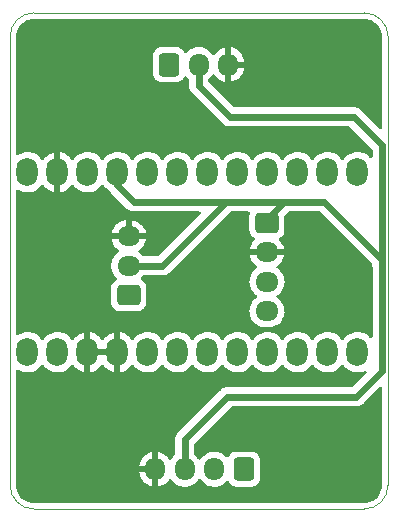
<source format=gbl>
%TF.GenerationSoftware,KiCad,Pcbnew,6.0.1-79c1e3a40b~116~ubuntu20.04.1*%
%TF.CreationDate,2022-02-07T15:26:07-03:00*%
%TF.ProjectId,v_simple,765f7369-6d70-46c6-952e-6b696361645f,rev?*%
%TF.SameCoordinates,Original*%
%TF.FileFunction,Copper,L2,Bot*%
%TF.FilePolarity,Positive*%
%FSLAX46Y46*%
G04 Gerber Fmt 4.6, Leading zero omitted, Abs format (unit mm)*
G04 Created by KiCad (PCBNEW 6.0.1-79c1e3a40b~116~ubuntu20.04.1) date 2022-02-07 15:26:07*
%MOMM*%
%LPD*%
G01*
G04 APERTURE LIST*
G04 Aperture macros list*
%AMRoundRect*
0 Rectangle with rounded corners*
0 $1 Rounding radius*
0 $2 $3 $4 $5 $6 $7 $8 $9 X,Y pos of 4 corners*
0 Add a 4 corners polygon primitive as box body*
4,1,4,$2,$3,$4,$5,$6,$7,$8,$9,$2,$3,0*
0 Add four circle primitives for the rounded corners*
1,1,$1+$1,$2,$3*
1,1,$1+$1,$4,$5*
1,1,$1+$1,$6,$7*
1,1,$1+$1,$8,$9*
0 Add four rect primitives between the rounded corners*
20,1,$1+$1,$2,$3,$4,$5,0*
20,1,$1+$1,$4,$5,$6,$7,0*
20,1,$1+$1,$6,$7,$8,$9,0*
20,1,$1+$1,$8,$9,$2,$3,0*%
G04 Aperture macros list end*
%TA.AperFunction,Profile*%
%ADD10C,0.100000*%
%TD*%
%TA.AperFunction,ComponentPad*%
%ADD11O,1.950000X1.700000*%
%TD*%
%TA.AperFunction,ComponentPad*%
%ADD12RoundRect,0.250000X0.725000X-0.600000X0.725000X0.600000X-0.725000X0.600000X-0.725000X-0.600000X0*%
%TD*%
%TA.AperFunction,ComponentPad*%
%ADD13RoundRect,0.250000X0.600000X0.725000X-0.600000X0.725000X-0.600000X-0.725000X0.600000X-0.725000X0*%
%TD*%
%TA.AperFunction,ComponentPad*%
%ADD14O,1.700000X1.950000*%
%TD*%
%TA.AperFunction,ComponentPad*%
%ADD15O,1.800000X2.400000*%
%TD*%
%TA.AperFunction,ComponentPad*%
%ADD16RoundRect,0.250000X-0.600000X-0.725000X0.600000X-0.725000X0.600000X0.725000X-0.600000X0.725000X0*%
%TD*%
%TA.AperFunction,ComponentPad*%
%ADD17RoundRect,0.250000X-0.725000X0.600000X-0.725000X-0.600000X0.725000X-0.600000X0.725000X0.600000X0*%
%TD*%
%TA.AperFunction,ViaPad*%
%ADD18C,3.600000*%
%TD*%
%TA.AperFunction,Conductor*%
%ADD19C,0.609600*%
%TD*%
G04 APERTURE END LIST*
D10*
X86000000Y-58000000D02*
X114000000Y-58000000D01*
X114000000Y-100000000D02*
X86000000Y-100000000D01*
X116000000Y-60000000D02*
G75*
G03*
X114000000Y-58000000I-1999999J1D01*
G01*
X84000000Y-98000000D02*
X84000000Y-60000000D01*
X116000000Y-98000000D02*
X116000000Y-60000000D01*
X84000000Y-98000000D02*
G75*
G03*
X86000000Y-100000000I1999999J-1D01*
G01*
X114000000Y-100000000D02*
G75*
G03*
X116000000Y-98000000I1J1999999D01*
G01*
X86000000Y-58000000D02*
G75*
G03*
X84000000Y-60000000I-1J-1999999D01*
G01*
D11*
X94050000Y-76900000D03*
X94050000Y-79400000D03*
D12*
X94050000Y-81900000D03*
D13*
X103800000Y-96625000D03*
D14*
X101300000Y-96625000D03*
X98800000Y-96625000D03*
X96300000Y-96625000D03*
D15*
X85470000Y-86720000D03*
X88010000Y-86720000D03*
X90550000Y-86720000D03*
X93090000Y-86720000D03*
X95630000Y-86720000D03*
X98170000Y-86720000D03*
X100710000Y-86720000D03*
X103250000Y-86720000D03*
X105790000Y-86720000D03*
X108330000Y-86720000D03*
X110870000Y-86720000D03*
X113410000Y-86720000D03*
X113410000Y-71480000D03*
X110870000Y-71480000D03*
X108330000Y-71480000D03*
X105790000Y-71480000D03*
X103250000Y-71480000D03*
X100710000Y-71480000D03*
X98170000Y-71480000D03*
X95630000Y-71480000D03*
X93090000Y-71480000D03*
X90550000Y-71480000D03*
X88010000Y-71480000D03*
X85470000Y-71480000D03*
D16*
X97460000Y-62375000D03*
D14*
X99960000Y-62375000D03*
X102460000Y-62375000D03*
D17*
X105750000Y-75750000D03*
D11*
X105750000Y-78250000D03*
X105750000Y-80750000D03*
X105750000Y-83250000D03*
D18*
X88000000Y-96000000D03*
X112000000Y-62000000D03*
X88000000Y-62000000D03*
X112000000Y-96000000D03*
D19*
X115500000Y-79209640D02*
X115500000Y-69200000D01*
X115500000Y-69200000D02*
X113100000Y-66800000D01*
X113100000Y-66800000D02*
X102600000Y-66800000D01*
X102600000Y-66800000D02*
X99960000Y-64160000D01*
X99960000Y-64160000D02*
X99960000Y-62375000D01*
X98800000Y-74000000D02*
X102300000Y-74000000D01*
X96900000Y-79400000D02*
X102300000Y-74000000D01*
X102300000Y-74000000D02*
X107800000Y-74000000D01*
X94050000Y-79400000D02*
X96900000Y-79400000D01*
X105750000Y-75750000D02*
X105750000Y-75450000D01*
X105750000Y-75450000D02*
X107200000Y-74000000D01*
X107200000Y-74000000D02*
X107800000Y-74000000D01*
X93290000Y-71480000D02*
X93090000Y-71680000D01*
X93090000Y-71680000D02*
X93090000Y-72590000D01*
X93090000Y-72590000D02*
X94500000Y-74000000D01*
X94500000Y-74000000D02*
X98800000Y-74000000D01*
X98800000Y-96625000D02*
X98800000Y-94100000D01*
X98800000Y-94100000D02*
X102400000Y-90500000D01*
X102400000Y-90500000D02*
X113300000Y-90500000D01*
X113300000Y-90500000D02*
X115500000Y-88300000D01*
X115500000Y-88300000D02*
X115500000Y-79400000D01*
X115500000Y-78900000D02*
X115500000Y-79400000D01*
X110600000Y-74000000D02*
X115500000Y-78900000D01*
X115500000Y-79400000D02*
X115495180Y-79404820D01*
X107800000Y-74000000D02*
X110600000Y-74000000D01*
%TA.AperFunction,Conductor*%
G36*
X113970056Y-58509500D02*
G01*
X113972284Y-58509847D01*
X113984859Y-58511805D01*
X113984861Y-58511805D01*
X113993730Y-58513186D01*
X114002632Y-58512022D01*
X114002634Y-58512022D01*
X114008959Y-58511195D01*
X114034282Y-58510452D01*
X114198126Y-58522170D01*
X114203343Y-58522543D01*
X114221137Y-58525101D01*
X114411540Y-58566521D01*
X114428788Y-58571586D01*
X114611358Y-58639682D01*
X114627710Y-58647149D01*
X114693020Y-58682810D01*
X114798734Y-58740534D01*
X114813848Y-58750248D01*
X114923516Y-58832344D01*
X114969842Y-58867023D01*
X114983428Y-58878796D01*
X115121204Y-59016572D01*
X115132977Y-59030158D01*
X115249752Y-59186152D01*
X115259469Y-59201271D01*
X115352851Y-59372290D01*
X115360318Y-59388642D01*
X115428414Y-59571212D01*
X115433480Y-59588462D01*
X115474899Y-59778863D01*
X115477457Y-59796658D01*
X115489041Y-59958629D01*
X115488297Y-59976533D01*
X115488195Y-59984858D01*
X115486814Y-59993730D01*
X115487978Y-60002632D01*
X115487978Y-60002635D01*
X115490936Y-60025251D01*
X115492000Y-60041589D01*
X115492000Y-67737631D01*
X115471998Y-67805752D01*
X115418342Y-67852245D01*
X115348068Y-67862349D01*
X115283488Y-67832855D01*
X115276905Y-67826726D01*
X113681664Y-66231484D01*
X113680736Y-66230547D01*
X113622211Y-66170783D01*
X113622209Y-66170782D01*
X113617282Y-66165750D01*
X113611363Y-66161936D01*
X113611360Y-66161933D01*
X113580593Y-66142105D01*
X113570240Y-66134666D01*
X113541634Y-66111830D01*
X113536131Y-66107437D01*
X113529791Y-66104372D01*
X113529786Y-66104369D01*
X113505721Y-66092735D01*
X113492308Y-66085208D01*
X113469836Y-66070726D01*
X113469829Y-66070723D01*
X113463910Y-66066908D01*
X113422889Y-66051977D01*
X113411149Y-66047018D01*
X113378199Y-66031089D01*
X113378197Y-66031088D01*
X113371856Y-66028023D01*
X113338936Y-66020423D01*
X113324201Y-66016057D01*
X113299072Y-66006911D01*
X113299066Y-66006909D01*
X113292451Y-66004502D01*
X113268081Y-66001424D01*
X113249141Y-65999031D01*
X113236600Y-65996797D01*
X113194070Y-65986978D01*
X113187024Y-65986953D01*
X113187021Y-65986953D01*
X113153259Y-65986835D01*
X113152366Y-65986805D01*
X113151530Y-65986700D01*
X113114594Y-65986700D01*
X113114154Y-65986699D01*
X113015154Y-65986353D01*
X113015147Y-65986353D01*
X113011608Y-65986341D01*
X113010402Y-65986611D01*
X113008753Y-65986700D01*
X102989070Y-65986700D01*
X102920949Y-65966698D01*
X102899975Y-65949795D01*
X100810205Y-63860025D01*
X100776179Y-63797713D01*
X100773300Y-63770930D01*
X100773300Y-63650448D01*
X100793302Y-63582327D01*
X100816720Y-63555282D01*
X100933412Y-63454023D01*
X100933414Y-63454021D01*
X100937445Y-63450523D01*
X101013416Y-63357870D01*
X101080240Y-63276373D01*
X101080244Y-63276367D01*
X101083624Y-63272245D01*
X101096681Y-63249308D01*
X101101829Y-63240265D01*
X101152912Y-63190959D01*
X101222542Y-63177098D01*
X101288613Y-63203082D01*
X101315851Y-63232232D01*
X101394852Y-63349578D01*
X101401519Y-63357870D01*
X101553228Y-63516900D01*
X101561186Y-63523941D01*
X101737525Y-63655141D01*
X101746562Y-63660745D01*
X101942484Y-63760357D01*
X101952335Y-63764357D01*
X102162240Y-63829534D01*
X102172624Y-63831817D01*
X102188043Y-63833861D01*
X102202207Y-63831665D01*
X102206000Y-63818478D01*
X102206000Y-63816192D01*
X102714000Y-63816192D01*
X102717973Y-63829723D01*
X102728580Y-63831248D01*
X102846421Y-63806523D01*
X102856617Y-63803463D01*
X103061029Y-63722737D01*
X103070561Y-63718006D01*
X103258462Y-63603984D01*
X103267052Y-63597720D01*
X103433052Y-63453673D01*
X103440472Y-63446042D01*
X103579826Y-63276089D01*
X103585850Y-63267322D01*
X103694576Y-63076318D01*
X103699041Y-63066654D01*
X103774031Y-62860059D01*
X103776802Y-62849792D01*
X103813504Y-62646826D01*
X103812085Y-62633586D01*
X103797450Y-62629000D01*
X102732115Y-62629000D01*
X102716876Y-62633475D01*
X102715671Y-62634865D01*
X102714000Y-62642548D01*
X102714000Y-63816192D01*
X102206000Y-63816192D01*
X102206000Y-62102885D01*
X102714000Y-62102885D01*
X102718475Y-62118124D01*
X102719865Y-62119329D01*
X102727548Y-62121000D01*
X103793849Y-62121000D01*
X103808527Y-62116690D01*
X103810590Y-62104807D01*
X103803876Y-62025675D01*
X103802086Y-62015203D01*
X103746870Y-61802465D01*
X103743335Y-61792425D01*
X103653063Y-61592030D01*
X103647894Y-61582744D01*
X103525150Y-61400425D01*
X103518481Y-61392130D01*
X103366772Y-61233100D01*
X103358814Y-61226059D01*
X103182475Y-61094859D01*
X103173438Y-61089255D01*
X102977516Y-60989643D01*
X102967665Y-60985643D01*
X102757760Y-60920466D01*
X102747376Y-60918183D01*
X102731957Y-60916139D01*
X102717793Y-60918335D01*
X102714000Y-60931522D01*
X102714000Y-62102885D01*
X102206000Y-62102885D01*
X102206000Y-60933808D01*
X102202027Y-60920277D01*
X102191420Y-60918752D01*
X102073579Y-60943477D01*
X102063383Y-60946537D01*
X101858971Y-61027263D01*
X101849439Y-61031994D01*
X101661538Y-61146016D01*
X101652948Y-61152280D01*
X101486948Y-61296327D01*
X101479528Y-61303958D01*
X101340174Y-61473911D01*
X101334152Y-61482674D01*
X101318762Y-61509711D01*
X101267680Y-61559018D01*
X101198049Y-61572880D01*
X101131978Y-61546897D01*
X101104739Y-61517747D01*
X101068869Y-61464468D01*
X101022559Y-61395681D01*
X100963918Y-61334209D01*
X100935059Y-61303958D01*
X100863424Y-61228865D01*
X100678458Y-61091246D01*
X100673707Y-61088830D01*
X100673703Y-61088828D01*
X100555588Y-61028776D01*
X100472949Y-60986760D01*
X100467855Y-60985178D01*
X100467852Y-60985177D01*
X100257871Y-60919976D01*
X100252773Y-60918393D01*
X100247484Y-60917692D01*
X100029511Y-60888802D01*
X100029506Y-60888802D01*
X100024226Y-60888102D01*
X100018897Y-60888302D01*
X100018895Y-60888302D01*
X99909034Y-60892426D01*
X99793842Y-60896751D01*
X99788623Y-60897846D01*
X99766566Y-60902474D01*
X99568209Y-60944093D01*
X99563250Y-60946051D01*
X99563248Y-60946052D01*
X99358744Y-61026815D01*
X99358742Y-61026816D01*
X99353779Y-61028776D01*
X99349220Y-61031543D01*
X99349217Y-61031544D01*
X99254113Y-61089255D01*
X99156683Y-61148377D01*
X99152653Y-61151874D01*
X99059484Y-61232722D01*
X98982555Y-61299477D01*
X98953330Y-61335120D01*
X98894671Y-61375114D01*
X98823701Y-61377046D01*
X98762952Y-61340302D01*
X98748752Y-61321532D01*
X98662332Y-61181880D01*
X98658478Y-61175652D01*
X98533303Y-61050695D01*
X98502965Y-61031994D01*
X98388968Y-60961725D01*
X98388966Y-60961724D01*
X98382738Y-60957885D01*
X98269353Y-60920277D01*
X98221389Y-60904368D01*
X98221387Y-60904368D01*
X98214861Y-60902203D01*
X98208025Y-60901503D01*
X98208022Y-60901502D01*
X98164969Y-60897091D01*
X98110400Y-60891500D01*
X96809600Y-60891500D01*
X96806354Y-60891837D01*
X96806350Y-60891837D01*
X96710692Y-60901762D01*
X96710688Y-60901763D01*
X96703834Y-60902474D01*
X96697298Y-60904655D01*
X96697296Y-60904655D01*
X96565194Y-60948728D01*
X96536054Y-60958450D01*
X96385652Y-61051522D01*
X96260695Y-61176697D01*
X96256855Y-61182927D01*
X96256854Y-61182928D01*
X96186954Y-61296327D01*
X96167885Y-61327262D01*
X96112203Y-61495139D01*
X96111503Y-61501975D01*
X96111502Y-61501978D01*
X96109338Y-61523102D01*
X96101500Y-61599600D01*
X96101500Y-63150400D01*
X96101837Y-63153646D01*
X96101837Y-63153650D01*
X96109991Y-63232232D01*
X96112474Y-63256166D01*
X96114655Y-63262702D01*
X96114655Y-63262704D01*
X96146405Y-63357870D01*
X96168450Y-63423946D01*
X96261522Y-63574348D01*
X96386697Y-63699305D01*
X96392927Y-63703145D01*
X96392928Y-63703146D01*
X96530090Y-63787694D01*
X96537262Y-63792115D01*
X96580701Y-63806523D01*
X96698611Y-63845632D01*
X96698613Y-63845632D01*
X96705139Y-63847797D01*
X96711975Y-63848497D01*
X96711978Y-63848498D01*
X96755031Y-63852909D01*
X96809600Y-63858500D01*
X98110400Y-63858500D01*
X98113646Y-63858163D01*
X98113650Y-63858163D01*
X98209308Y-63848238D01*
X98209312Y-63848237D01*
X98216166Y-63847526D01*
X98222702Y-63845345D01*
X98222704Y-63845345D01*
X98365473Y-63797713D01*
X98383946Y-63791550D01*
X98534348Y-63698478D01*
X98659305Y-63573303D01*
X98749081Y-63427660D01*
X98801852Y-63380168D01*
X98871924Y-63368744D01*
X98937048Y-63397018D01*
X98947510Y-63406805D01*
X98989215Y-63450523D01*
X99056576Y-63521135D01*
X99095913Y-63550403D01*
X99138626Y-63607111D01*
X99146700Y-63651491D01*
X99146700Y-64150783D01*
X99146693Y-64152103D01*
X99145744Y-64242709D01*
X99147233Y-64249596D01*
X99154967Y-64285365D01*
X99157028Y-64297949D01*
X99161893Y-64341325D01*
X99164208Y-64347972D01*
X99173002Y-64373226D01*
X99177164Y-64388036D01*
X99184302Y-64421051D01*
X99187280Y-64427438D01*
X99187281Y-64427440D01*
X99202752Y-64460619D01*
X99207547Y-64472427D01*
X99221899Y-64513639D01*
X99225632Y-64519613D01*
X99239797Y-64542282D01*
X99247133Y-64555792D01*
X99261415Y-64586419D01*
X99280796Y-64611405D01*
X99288169Y-64620910D01*
X99295462Y-64631364D01*
X99318589Y-64668376D01*
X99323554Y-64673375D01*
X99323555Y-64673377D01*
X99347356Y-64697344D01*
X99347953Y-64697982D01*
X99348473Y-64698653D01*
X99374731Y-64724911D01*
X99447159Y-64797846D01*
X99448200Y-64798506D01*
X99449435Y-64799615D01*
X102018289Y-67368469D01*
X102019218Y-67369406D01*
X102082718Y-67434250D01*
X102088636Y-67438064D01*
X102088641Y-67438068D01*
X102119407Y-67457895D01*
X102129760Y-67465334D01*
X102163869Y-67492563D01*
X102170209Y-67495628D01*
X102170214Y-67495631D01*
X102194279Y-67507265D01*
X102207692Y-67514792D01*
X102230164Y-67529274D01*
X102230171Y-67529277D01*
X102236090Y-67533092D01*
X102277111Y-67548023D01*
X102288851Y-67552982D01*
X102321801Y-67568911D01*
X102321803Y-67568912D01*
X102328144Y-67571977D01*
X102361064Y-67579577D01*
X102375799Y-67583943D01*
X102400928Y-67593089D01*
X102400934Y-67593091D01*
X102407549Y-67595498D01*
X102431919Y-67598576D01*
X102450859Y-67600969D01*
X102463400Y-67603203D01*
X102505930Y-67613022D01*
X102512976Y-67613047D01*
X102512979Y-67613047D01*
X102546741Y-67613165D01*
X102547634Y-67613195D01*
X102548470Y-67613300D01*
X102585406Y-67613300D01*
X102585846Y-67613301D01*
X102684846Y-67613647D01*
X102684853Y-67613647D01*
X102688392Y-67613659D01*
X102689598Y-67613389D01*
X102691247Y-67613300D01*
X112710930Y-67613300D01*
X112779051Y-67633302D01*
X112800025Y-67650205D01*
X114649795Y-69499975D01*
X114683821Y-69562287D01*
X114686700Y-69589070D01*
X114686700Y-70163096D01*
X114666698Y-70231217D01*
X114613042Y-70277710D01*
X114542768Y-70287814D01*
X114478188Y-70258320D01*
X114469530Y-70250068D01*
X114413175Y-70190993D01*
X114346674Y-70121282D01*
X114154900Y-69978598D01*
X114150149Y-69976182D01*
X114150145Y-69976180D01*
X113946586Y-69872686D01*
X113946585Y-69872686D01*
X113941828Y-69870267D01*
X113797375Y-69825413D01*
X113718651Y-69800968D01*
X113718645Y-69800967D01*
X113713548Y-69799384D01*
X113586117Y-69782494D01*
X113481873Y-69768677D01*
X113481869Y-69768677D01*
X113476589Y-69767977D01*
X113471260Y-69768177D01*
X113471259Y-69768177D01*
X113373491Y-69771848D01*
X113237726Y-69776945D01*
X113150816Y-69795181D01*
X113009016Y-69824933D01*
X113009013Y-69824934D01*
X113003789Y-69826030D01*
X112781467Y-69913829D01*
X112577117Y-70037832D01*
X112396581Y-70194493D01*
X112393198Y-70198619D01*
X112393194Y-70198623D01*
X112248409Y-70375202D01*
X112245022Y-70379333D01*
X112242383Y-70383969D01*
X112241055Y-70385901D01*
X112185984Y-70430708D01*
X112115430Y-70438629D01*
X112051795Y-70407148D01*
X112032699Y-70384894D01*
X111974646Y-70298665D01*
X111971666Y-70294238D01*
X111806674Y-70121282D01*
X111614900Y-69978598D01*
X111610149Y-69976182D01*
X111610145Y-69976180D01*
X111406586Y-69872686D01*
X111406585Y-69872686D01*
X111401828Y-69870267D01*
X111257375Y-69825413D01*
X111178651Y-69800968D01*
X111178645Y-69800967D01*
X111173548Y-69799384D01*
X111046117Y-69782494D01*
X110941873Y-69768677D01*
X110941869Y-69768677D01*
X110936589Y-69767977D01*
X110931260Y-69768177D01*
X110931259Y-69768177D01*
X110833491Y-69771848D01*
X110697726Y-69776945D01*
X110610816Y-69795181D01*
X110469016Y-69824933D01*
X110469013Y-69824934D01*
X110463789Y-69826030D01*
X110241467Y-69913829D01*
X110037117Y-70037832D01*
X109856581Y-70194493D01*
X109853198Y-70198619D01*
X109853194Y-70198623D01*
X109708409Y-70375202D01*
X109705022Y-70379333D01*
X109702383Y-70383969D01*
X109701055Y-70385901D01*
X109645984Y-70430708D01*
X109575430Y-70438629D01*
X109511795Y-70407148D01*
X109492699Y-70384894D01*
X109434646Y-70298665D01*
X109431666Y-70294238D01*
X109266674Y-70121282D01*
X109074900Y-69978598D01*
X109070149Y-69976182D01*
X109070145Y-69976180D01*
X108866586Y-69872686D01*
X108866585Y-69872686D01*
X108861828Y-69870267D01*
X108717375Y-69825413D01*
X108638651Y-69800968D01*
X108638645Y-69800967D01*
X108633548Y-69799384D01*
X108506117Y-69782494D01*
X108401873Y-69768677D01*
X108401869Y-69768677D01*
X108396589Y-69767977D01*
X108391260Y-69768177D01*
X108391259Y-69768177D01*
X108293491Y-69771848D01*
X108157726Y-69776945D01*
X108070816Y-69795181D01*
X107929016Y-69824933D01*
X107929013Y-69824934D01*
X107923789Y-69826030D01*
X107701467Y-69913829D01*
X107497117Y-70037832D01*
X107316581Y-70194493D01*
X107313198Y-70198619D01*
X107313194Y-70198623D01*
X107168409Y-70375202D01*
X107165022Y-70379333D01*
X107162383Y-70383969D01*
X107161055Y-70385901D01*
X107105984Y-70430708D01*
X107035430Y-70438629D01*
X106971795Y-70407148D01*
X106952699Y-70384894D01*
X106894646Y-70298665D01*
X106891666Y-70294238D01*
X106726674Y-70121282D01*
X106534900Y-69978598D01*
X106530149Y-69976182D01*
X106530145Y-69976180D01*
X106326586Y-69872686D01*
X106326585Y-69872686D01*
X106321828Y-69870267D01*
X106177375Y-69825413D01*
X106098651Y-69800968D01*
X106098645Y-69800967D01*
X106093548Y-69799384D01*
X105966117Y-69782494D01*
X105861873Y-69768677D01*
X105861869Y-69768677D01*
X105856589Y-69767977D01*
X105851260Y-69768177D01*
X105851259Y-69768177D01*
X105753491Y-69771848D01*
X105617726Y-69776945D01*
X105530816Y-69795181D01*
X105389016Y-69824933D01*
X105389013Y-69824934D01*
X105383789Y-69826030D01*
X105161467Y-69913829D01*
X104957117Y-70037832D01*
X104776581Y-70194493D01*
X104773198Y-70198619D01*
X104773194Y-70198623D01*
X104628409Y-70375202D01*
X104625022Y-70379333D01*
X104622383Y-70383969D01*
X104621055Y-70385901D01*
X104565984Y-70430708D01*
X104495430Y-70438629D01*
X104431795Y-70407148D01*
X104412699Y-70384894D01*
X104354646Y-70298665D01*
X104351666Y-70294238D01*
X104186674Y-70121282D01*
X103994900Y-69978598D01*
X103990149Y-69976182D01*
X103990145Y-69976180D01*
X103786586Y-69872686D01*
X103786585Y-69872686D01*
X103781828Y-69870267D01*
X103637375Y-69825413D01*
X103558651Y-69800968D01*
X103558645Y-69800967D01*
X103553548Y-69799384D01*
X103426117Y-69782494D01*
X103321873Y-69768677D01*
X103321869Y-69768677D01*
X103316589Y-69767977D01*
X103311260Y-69768177D01*
X103311259Y-69768177D01*
X103213491Y-69771848D01*
X103077726Y-69776945D01*
X102990816Y-69795181D01*
X102849016Y-69824933D01*
X102849013Y-69824934D01*
X102843789Y-69826030D01*
X102621467Y-69913829D01*
X102417117Y-70037832D01*
X102236581Y-70194493D01*
X102233198Y-70198619D01*
X102233194Y-70198623D01*
X102088409Y-70375202D01*
X102085022Y-70379333D01*
X102082383Y-70383969D01*
X102081055Y-70385901D01*
X102025984Y-70430708D01*
X101955430Y-70438629D01*
X101891795Y-70407148D01*
X101872699Y-70384894D01*
X101814646Y-70298665D01*
X101811666Y-70294238D01*
X101646674Y-70121282D01*
X101454900Y-69978598D01*
X101450149Y-69976182D01*
X101450145Y-69976180D01*
X101246586Y-69872686D01*
X101246585Y-69872686D01*
X101241828Y-69870267D01*
X101097375Y-69825413D01*
X101018651Y-69800968D01*
X101018645Y-69800967D01*
X101013548Y-69799384D01*
X100886117Y-69782494D01*
X100781873Y-69768677D01*
X100781869Y-69768677D01*
X100776589Y-69767977D01*
X100771260Y-69768177D01*
X100771259Y-69768177D01*
X100673491Y-69771848D01*
X100537726Y-69776945D01*
X100450816Y-69795181D01*
X100309016Y-69824933D01*
X100309013Y-69824934D01*
X100303789Y-69826030D01*
X100081467Y-69913829D01*
X99877117Y-70037832D01*
X99696581Y-70194493D01*
X99693198Y-70198619D01*
X99693194Y-70198623D01*
X99548409Y-70375202D01*
X99545022Y-70379333D01*
X99542383Y-70383969D01*
X99541055Y-70385901D01*
X99485984Y-70430708D01*
X99415430Y-70438629D01*
X99351795Y-70407148D01*
X99332699Y-70384894D01*
X99274646Y-70298665D01*
X99271666Y-70294238D01*
X99106674Y-70121282D01*
X98914900Y-69978598D01*
X98910149Y-69976182D01*
X98910145Y-69976180D01*
X98706586Y-69872686D01*
X98706585Y-69872686D01*
X98701828Y-69870267D01*
X98557375Y-69825413D01*
X98478651Y-69800968D01*
X98478645Y-69800967D01*
X98473548Y-69799384D01*
X98346117Y-69782494D01*
X98241873Y-69768677D01*
X98241869Y-69768677D01*
X98236589Y-69767977D01*
X98231260Y-69768177D01*
X98231259Y-69768177D01*
X98133491Y-69771848D01*
X97997726Y-69776945D01*
X97910816Y-69795181D01*
X97769016Y-69824933D01*
X97769013Y-69824934D01*
X97763789Y-69826030D01*
X97541467Y-69913829D01*
X97337117Y-70037832D01*
X97156581Y-70194493D01*
X97153198Y-70198619D01*
X97153194Y-70198623D01*
X97008409Y-70375202D01*
X97005022Y-70379333D01*
X97002383Y-70383969D01*
X97001055Y-70385901D01*
X96945984Y-70430708D01*
X96875430Y-70438629D01*
X96811795Y-70407148D01*
X96792699Y-70384894D01*
X96734646Y-70298665D01*
X96731666Y-70294238D01*
X96566674Y-70121282D01*
X96374900Y-69978598D01*
X96370149Y-69976182D01*
X96370145Y-69976180D01*
X96166586Y-69872686D01*
X96166585Y-69872686D01*
X96161828Y-69870267D01*
X96017375Y-69825413D01*
X95938651Y-69800968D01*
X95938645Y-69800967D01*
X95933548Y-69799384D01*
X95806117Y-69782494D01*
X95701873Y-69768677D01*
X95701869Y-69768677D01*
X95696589Y-69767977D01*
X95691260Y-69768177D01*
X95691259Y-69768177D01*
X95593491Y-69771848D01*
X95457726Y-69776945D01*
X95370816Y-69795181D01*
X95229016Y-69824933D01*
X95229013Y-69824934D01*
X95223789Y-69826030D01*
X95001467Y-69913829D01*
X94797117Y-70037832D01*
X94616581Y-70194493D01*
X94613198Y-70198619D01*
X94613194Y-70198623D01*
X94468409Y-70375202D01*
X94465022Y-70379333D01*
X94462383Y-70383969D01*
X94461055Y-70385901D01*
X94405984Y-70430708D01*
X94335430Y-70438629D01*
X94271795Y-70407148D01*
X94252699Y-70384894D01*
X94194646Y-70298665D01*
X94191666Y-70294238D01*
X94026674Y-70121282D01*
X93834900Y-69978598D01*
X93830149Y-69976182D01*
X93830145Y-69976180D01*
X93626586Y-69872686D01*
X93626585Y-69872686D01*
X93621828Y-69870267D01*
X93477375Y-69825413D01*
X93398651Y-69800968D01*
X93398645Y-69800967D01*
X93393548Y-69799384D01*
X93266117Y-69782494D01*
X93161873Y-69768677D01*
X93161869Y-69768677D01*
X93156589Y-69767977D01*
X93151260Y-69768177D01*
X93151259Y-69768177D01*
X93053491Y-69771848D01*
X92917726Y-69776945D01*
X92830816Y-69795181D01*
X92689016Y-69824933D01*
X92689013Y-69824934D01*
X92683789Y-69826030D01*
X92461467Y-69913829D01*
X92257117Y-70037832D01*
X92076581Y-70194493D01*
X92073198Y-70198619D01*
X92073194Y-70198623D01*
X91928409Y-70375202D01*
X91925022Y-70379333D01*
X91922383Y-70383969D01*
X91921055Y-70385901D01*
X91865984Y-70430708D01*
X91795430Y-70438629D01*
X91731795Y-70407148D01*
X91712699Y-70384894D01*
X91654646Y-70298665D01*
X91651666Y-70294238D01*
X91486674Y-70121282D01*
X91294900Y-69978598D01*
X91290149Y-69976182D01*
X91290145Y-69976180D01*
X91086586Y-69872686D01*
X91086585Y-69872686D01*
X91081828Y-69870267D01*
X90937375Y-69825413D01*
X90858651Y-69800968D01*
X90858645Y-69800967D01*
X90853548Y-69799384D01*
X90726117Y-69782494D01*
X90621873Y-69768677D01*
X90621869Y-69768677D01*
X90616589Y-69767977D01*
X90611260Y-69768177D01*
X90611259Y-69768177D01*
X90513491Y-69771848D01*
X90377726Y-69776945D01*
X90290816Y-69795181D01*
X90149016Y-69824933D01*
X90149013Y-69824934D01*
X90143789Y-69826030D01*
X89921467Y-69913829D01*
X89717117Y-70037832D01*
X89536581Y-70194493D01*
X89533198Y-70198619D01*
X89533194Y-70198623D01*
X89431103Y-70323133D01*
X89385022Y-70379333D01*
X89382381Y-70383973D01*
X89380756Y-70386337D01*
X89325688Y-70431148D01*
X89255135Y-70439073D01*
X89191498Y-70407597D01*
X89172396Y-70385338D01*
X89114249Y-70298971D01*
X89107594Y-70290693D01*
X88950029Y-70125522D01*
X88942058Y-70118470D01*
X88758918Y-69982210D01*
X88749881Y-69976606D01*
X88546394Y-69873149D01*
X88536541Y-69869148D01*
X88318539Y-69801456D01*
X88308152Y-69799172D01*
X88281957Y-69795700D01*
X88267793Y-69797896D01*
X88264000Y-69811081D01*
X88264000Y-73147282D01*
X88267973Y-73160813D01*
X88278580Y-73162338D01*
X88410840Y-73134587D01*
X88421037Y-73131527D01*
X88633340Y-73047685D01*
X88642876Y-73042951D01*
X88838025Y-72924532D01*
X88846618Y-72918266D01*
X89019027Y-72768658D01*
X89026447Y-72761028D01*
X89171181Y-72584511D01*
X89178642Y-72573656D01*
X89233712Y-72528847D01*
X89304265Y-72520924D01*
X89367901Y-72552402D01*
X89387000Y-72574659D01*
X89448334Y-72665762D01*
X89613326Y-72838718D01*
X89805100Y-72981402D01*
X89809851Y-72983818D01*
X89809855Y-72983820D01*
X90013414Y-73087314D01*
X90018172Y-73089733D01*
X90132312Y-73125175D01*
X90241349Y-73159032D01*
X90241355Y-73159033D01*
X90246452Y-73160616D01*
X90373883Y-73177506D01*
X90478127Y-73191323D01*
X90478131Y-73191323D01*
X90483411Y-73192023D01*
X90488740Y-73191823D01*
X90488741Y-73191823D01*
X90586509Y-73188152D01*
X90722274Y-73183055D01*
X90822126Y-73162104D01*
X90950984Y-73135067D01*
X90950987Y-73135066D01*
X90956211Y-73133970D01*
X91178533Y-73046171D01*
X91382883Y-72922168D01*
X91563419Y-72765507D01*
X91566802Y-72761381D01*
X91566806Y-72761377D01*
X91711591Y-72584798D01*
X91711593Y-72584795D01*
X91714978Y-72580667D01*
X91717617Y-72576031D01*
X91718945Y-72574099D01*
X91774016Y-72529292D01*
X91844570Y-72521371D01*
X91908205Y-72552852D01*
X91927301Y-72575106D01*
X91988334Y-72665762D01*
X92153326Y-72838718D01*
X92345100Y-72981402D01*
X92349860Y-72983822D01*
X92351569Y-72984691D01*
X92352493Y-72985455D01*
X92354395Y-72986634D01*
X92354234Y-72986894D01*
X92394024Y-73019782D01*
X92418169Y-73050910D01*
X92425462Y-73061364D01*
X92448589Y-73098376D01*
X92453554Y-73103375D01*
X92453555Y-73103377D01*
X92477356Y-73127344D01*
X92477953Y-73127982D01*
X92478473Y-73128653D01*
X92504731Y-73154911D01*
X92568068Y-73218691D01*
X92577159Y-73227846D01*
X92578200Y-73228506D01*
X92579435Y-73229615D01*
X93918289Y-74568469D01*
X93919218Y-74569406D01*
X93982718Y-74634250D01*
X93988636Y-74638064D01*
X93988641Y-74638068D01*
X94019407Y-74657895D01*
X94029760Y-74665334D01*
X94063869Y-74692563D01*
X94070209Y-74695628D01*
X94070214Y-74695631D01*
X94094279Y-74707265D01*
X94107692Y-74714792D01*
X94130164Y-74729274D01*
X94130171Y-74729277D01*
X94136090Y-74733092D01*
X94177111Y-74748023D01*
X94188851Y-74752982D01*
X94221801Y-74768911D01*
X94221803Y-74768912D01*
X94228144Y-74771977D01*
X94261064Y-74779577D01*
X94275799Y-74783943D01*
X94300928Y-74793089D01*
X94300934Y-74793091D01*
X94307549Y-74795498D01*
X94331919Y-74798576D01*
X94350859Y-74800969D01*
X94363400Y-74803203D01*
X94405930Y-74813022D01*
X94412976Y-74813047D01*
X94412979Y-74813047D01*
X94446739Y-74813165D01*
X94447632Y-74813194D01*
X94448470Y-74813300D01*
X94485533Y-74813300D01*
X94485972Y-74813301D01*
X94584859Y-74813646D01*
X94584864Y-74813646D01*
X94588392Y-74813658D01*
X94589595Y-74813389D01*
X94591240Y-74813300D01*
X100032330Y-74813300D01*
X100100451Y-74833302D01*
X100146944Y-74886958D01*
X100157048Y-74957232D01*
X100127554Y-75021812D01*
X100121425Y-75028395D01*
X96600025Y-78549795D01*
X96537713Y-78583821D01*
X96510930Y-78586700D01*
X95325448Y-78586700D01*
X95257327Y-78566698D01*
X95230282Y-78543280D01*
X95199645Y-78507973D01*
X95125523Y-78422555D01*
X95083970Y-78388484D01*
X94951373Y-78279760D01*
X94951367Y-78279756D01*
X94947245Y-78276376D01*
X94942602Y-78273733D01*
X94915265Y-78258171D01*
X94865959Y-78207088D01*
X94852098Y-78137458D01*
X94878082Y-78071387D01*
X94907232Y-78044149D01*
X95024578Y-77965148D01*
X95032870Y-77958481D01*
X95191900Y-77806772D01*
X95198941Y-77798814D01*
X95330141Y-77622475D01*
X95335745Y-77613438D01*
X95435357Y-77417516D01*
X95439357Y-77407665D01*
X95504534Y-77197760D01*
X95506817Y-77187376D01*
X95508861Y-77171957D01*
X95506665Y-77157793D01*
X95493478Y-77154000D01*
X92608808Y-77154000D01*
X92595277Y-77157973D01*
X92593752Y-77168580D01*
X92618477Y-77286421D01*
X92621537Y-77296617D01*
X92702263Y-77501029D01*
X92706994Y-77510561D01*
X92821016Y-77698462D01*
X92827280Y-77707052D01*
X92971327Y-77873052D01*
X92978958Y-77880472D01*
X93148911Y-78019826D01*
X93157674Y-78025848D01*
X93184711Y-78041238D01*
X93234018Y-78092320D01*
X93247880Y-78161951D01*
X93221897Y-78228022D01*
X93192747Y-78255261D01*
X93188425Y-78258171D01*
X93070681Y-78337441D01*
X92903865Y-78496576D01*
X92900682Y-78500854D01*
X92884981Y-78521957D01*
X92766246Y-78681542D01*
X92661760Y-78887051D01*
X92593393Y-79107227D01*
X92592692Y-79112516D01*
X92565836Y-79315148D01*
X92563102Y-79335774D01*
X92571751Y-79566158D01*
X92619093Y-79791791D01*
X92621051Y-79796750D01*
X92621052Y-79796752D01*
X92695502Y-79985269D01*
X92703776Y-80006221D01*
X92706543Y-80010780D01*
X92706544Y-80010783D01*
X92759824Y-80098585D01*
X92823377Y-80203317D01*
X92826874Y-80207347D01*
X92962314Y-80363428D01*
X92974477Y-80377445D01*
X93010120Y-80406670D01*
X93050114Y-80465329D01*
X93052046Y-80536299D01*
X93015302Y-80597048D01*
X92996532Y-80611248D01*
X92884641Y-80680489D01*
X92850652Y-80701522D01*
X92725695Y-80826697D01*
X92632885Y-80977262D01*
X92630581Y-80984209D01*
X92580045Y-81136572D01*
X92577203Y-81145139D01*
X92566500Y-81249600D01*
X92566500Y-82550400D01*
X92566837Y-82553646D01*
X92566837Y-82553650D01*
X92576704Y-82648744D01*
X92577474Y-82656166D01*
X92633450Y-82823946D01*
X92726522Y-82974348D01*
X92851697Y-83099305D01*
X92857927Y-83103145D01*
X92857928Y-83103146D01*
X92995090Y-83187694D01*
X93002262Y-83192115D01*
X93082005Y-83218564D01*
X93163611Y-83245632D01*
X93163613Y-83245632D01*
X93170139Y-83247797D01*
X93176975Y-83248497D01*
X93176978Y-83248498D01*
X93220031Y-83252909D01*
X93274600Y-83258500D01*
X94825400Y-83258500D01*
X94828646Y-83258163D01*
X94828650Y-83258163D01*
X94924308Y-83248238D01*
X94924312Y-83248237D01*
X94931166Y-83247526D01*
X94937702Y-83245345D01*
X94937704Y-83245345D01*
X95069806Y-83201272D01*
X95098946Y-83191550D01*
X95108280Y-83185774D01*
X104263102Y-83185774D01*
X104263302Y-83191103D01*
X104263302Y-83191105D01*
X104265338Y-83245345D01*
X104271751Y-83416158D01*
X104319093Y-83641791D01*
X104403776Y-83856221D01*
X104523377Y-84053317D01*
X104526874Y-84057347D01*
X104613438Y-84157103D01*
X104674477Y-84227445D01*
X104678608Y-84230832D01*
X104848627Y-84370240D01*
X104848633Y-84370244D01*
X104852755Y-84373624D01*
X104857391Y-84376263D01*
X104857394Y-84376265D01*
X104966422Y-84438327D01*
X105053114Y-84487675D01*
X105269825Y-84566337D01*
X105275074Y-84567286D01*
X105275077Y-84567287D01*
X105492608Y-84606623D01*
X105492615Y-84606624D01*
X105496692Y-84607361D01*
X105514414Y-84608197D01*
X105519356Y-84608430D01*
X105519363Y-84608430D01*
X105520844Y-84608500D01*
X105932890Y-84608500D01*
X105999809Y-84602822D01*
X106099409Y-84594371D01*
X106099413Y-84594370D01*
X106104720Y-84593920D01*
X106109875Y-84592582D01*
X106109881Y-84592581D01*
X106322703Y-84537343D01*
X106322707Y-84537342D01*
X106327872Y-84536001D01*
X106332738Y-84533809D01*
X106332741Y-84533808D01*
X106533202Y-84443507D01*
X106538075Y-84441312D01*
X106729319Y-84312559D01*
X106896135Y-84153424D01*
X107033754Y-83968458D01*
X107138240Y-83762949D01*
X107174321Y-83646752D01*
X107205024Y-83547871D01*
X107206607Y-83542773D01*
X107207308Y-83537484D01*
X107236198Y-83319511D01*
X107236198Y-83319506D01*
X107236898Y-83314226D01*
X107234431Y-83248498D01*
X107228943Y-83102332D01*
X107228249Y-83083842D01*
X107180907Y-82858209D01*
X107096224Y-82643779D01*
X106976623Y-82446683D01*
X106889755Y-82346576D01*
X106829023Y-82276588D01*
X106829021Y-82276586D01*
X106825523Y-82272555D01*
X106783970Y-82238484D01*
X106651373Y-82129760D01*
X106651367Y-82129756D01*
X106647245Y-82126376D01*
X106615750Y-82108448D01*
X106566445Y-82057368D01*
X106552583Y-81987738D01*
X106578566Y-81921667D01*
X106607716Y-81894427D01*
X106643642Y-81870240D01*
X106729319Y-81812559D01*
X106896135Y-81653424D01*
X107033754Y-81468458D01*
X107138240Y-81262949D01*
X107174321Y-81146752D01*
X107205024Y-81047871D01*
X107206607Y-81042773D01*
X107215450Y-80976054D01*
X107236198Y-80819511D01*
X107236198Y-80819506D01*
X107236898Y-80814226D01*
X107228249Y-80583842D01*
X107180907Y-80358209D01*
X107123682Y-80213307D01*
X107098185Y-80148744D01*
X107098184Y-80148742D01*
X107096224Y-80143779D01*
X107092779Y-80138101D01*
X106979390Y-79951243D01*
X106976623Y-79946683D01*
X106889755Y-79846576D01*
X106829023Y-79776588D01*
X106829021Y-79776586D01*
X106825523Y-79772555D01*
X106783970Y-79738484D01*
X106651373Y-79629760D01*
X106651367Y-79629756D01*
X106647245Y-79626376D01*
X106642602Y-79623733D01*
X106615265Y-79608171D01*
X106565959Y-79557088D01*
X106552098Y-79487458D01*
X106578082Y-79421387D01*
X106607232Y-79394149D01*
X106724578Y-79315148D01*
X106732870Y-79308481D01*
X106891900Y-79156772D01*
X106898941Y-79148814D01*
X107030141Y-78972475D01*
X107035745Y-78963438D01*
X107135357Y-78767516D01*
X107139357Y-78757665D01*
X107204534Y-78547760D01*
X107206817Y-78537376D01*
X107208861Y-78521957D01*
X107206665Y-78507793D01*
X107193478Y-78504000D01*
X104308808Y-78504000D01*
X104295277Y-78507973D01*
X104293752Y-78518580D01*
X104318477Y-78636421D01*
X104321537Y-78646617D01*
X104402263Y-78851029D01*
X104406994Y-78860561D01*
X104521016Y-79048462D01*
X104527280Y-79057052D01*
X104671327Y-79223052D01*
X104678958Y-79230472D01*
X104848911Y-79369826D01*
X104857674Y-79375848D01*
X104884711Y-79391238D01*
X104934018Y-79442320D01*
X104947880Y-79511951D01*
X104921897Y-79578022D01*
X104892747Y-79605261D01*
X104888425Y-79608171D01*
X104770681Y-79687441D01*
X104603865Y-79846576D01*
X104466246Y-80031542D01*
X104463830Y-80036293D01*
X104463828Y-80036297D01*
X104424901Y-80112862D01*
X104361760Y-80237051D01*
X104360178Y-80242145D01*
X104360177Y-80242148D01*
X104319418Y-80373412D01*
X104293393Y-80457227D01*
X104292692Y-80462516D01*
X104274862Y-80597048D01*
X104263102Y-80685774D01*
X104263302Y-80691103D01*
X104263302Y-80691105D01*
X104263662Y-80700695D01*
X104271751Y-80916158D01*
X104319093Y-81141791D01*
X104321051Y-81146750D01*
X104321052Y-81146752D01*
X104362940Y-81252817D01*
X104403776Y-81356221D01*
X104523377Y-81553317D01*
X104526874Y-81557347D01*
X104613438Y-81657103D01*
X104674477Y-81727445D01*
X104678608Y-81730832D01*
X104848627Y-81870240D01*
X104848633Y-81870244D01*
X104852755Y-81873624D01*
X104884250Y-81891552D01*
X104933555Y-81942632D01*
X104947417Y-82012262D01*
X104921434Y-82078333D01*
X104892284Y-82105573D01*
X104770681Y-82187441D01*
X104603865Y-82346576D01*
X104466246Y-82531542D01*
X104463830Y-82536293D01*
X104463828Y-82536297D01*
X104414003Y-82634296D01*
X104361760Y-82737051D01*
X104360178Y-82742145D01*
X104360177Y-82742148D01*
X104298115Y-82942020D01*
X104293393Y-82957227D01*
X104292692Y-82962516D01*
X104275248Y-83094134D01*
X104263102Y-83185774D01*
X95108280Y-83185774D01*
X95249348Y-83098478D01*
X95374305Y-82973303D01*
X95380954Y-82962516D01*
X95463275Y-82828968D01*
X95463276Y-82828966D01*
X95467115Y-82822738D01*
X95522797Y-82654861D01*
X95523933Y-82643779D01*
X95533172Y-82553598D01*
X95533500Y-82550400D01*
X95533500Y-81249600D01*
X95522526Y-81143834D01*
X95466550Y-80976054D01*
X95373478Y-80825652D01*
X95248303Y-80700695D01*
X95102660Y-80610919D01*
X95055168Y-80558148D01*
X95043744Y-80488076D01*
X95072018Y-80422952D01*
X95081805Y-80412490D01*
X95192278Y-80307103D01*
X95196135Y-80303424D01*
X95225403Y-80264087D01*
X95282111Y-80221374D01*
X95326491Y-80213300D01*
X96890783Y-80213300D01*
X96892104Y-80213307D01*
X96982709Y-80214256D01*
X97025370Y-80205032D01*
X97037949Y-80202972D01*
X97074329Y-80198892D01*
X97074332Y-80198891D01*
X97081325Y-80198107D01*
X97113226Y-80186998D01*
X97128036Y-80182836D01*
X97161051Y-80175698D01*
X97167440Y-80172719D01*
X97200619Y-80157248D01*
X97212429Y-80152452D01*
X97253639Y-80138101D01*
X97282283Y-80120202D01*
X97295792Y-80112867D01*
X97326419Y-80098585D01*
X97360910Y-80071831D01*
X97371366Y-80064537D01*
X97402400Y-80045145D01*
X97408376Y-80041411D01*
X97437344Y-80012644D01*
X97437982Y-80012047D01*
X97438653Y-80011527D01*
X97464911Y-79985269D01*
X97503767Y-79946683D01*
X97535335Y-79915335D01*
X97535339Y-79915331D01*
X97537846Y-79912841D01*
X97538506Y-79911800D01*
X97539615Y-79910565D01*
X102599975Y-74850205D01*
X102662287Y-74816179D01*
X102689070Y-74813300D01*
X104162974Y-74813300D01*
X104231095Y-74833302D01*
X104277588Y-74886958D01*
X104287692Y-74957232D01*
X104282567Y-74978967D01*
X104277203Y-74995139D01*
X104266500Y-75099600D01*
X104266500Y-76400400D01*
X104277474Y-76506166D01*
X104279655Y-76512702D01*
X104279655Y-76512704D01*
X104319262Y-76631420D01*
X104333450Y-76673946D01*
X104426522Y-76824348D01*
X104551697Y-76949305D01*
X104697258Y-77039030D01*
X104697780Y-77039352D01*
X104745273Y-77092124D01*
X104756697Y-77162196D01*
X104728423Y-77227320D01*
X104718636Y-77237782D01*
X104608094Y-77343234D01*
X104601059Y-77351186D01*
X104469859Y-77527525D01*
X104464255Y-77536562D01*
X104364643Y-77732484D01*
X104360643Y-77742335D01*
X104295466Y-77952240D01*
X104293183Y-77962624D01*
X104291139Y-77978043D01*
X104293335Y-77992207D01*
X104306522Y-77996000D01*
X107191192Y-77996000D01*
X107204723Y-77992027D01*
X107206248Y-77981420D01*
X107181523Y-77863579D01*
X107178463Y-77853383D01*
X107097737Y-77648971D01*
X107093006Y-77639439D01*
X106978984Y-77451538D01*
X106972720Y-77442948D01*
X106828673Y-77276948D01*
X106821044Y-77269530D01*
X106789431Y-77243609D01*
X106749436Y-77184949D01*
X106747504Y-77113979D01*
X106784248Y-77053230D01*
X106803018Y-77039030D01*
X106943120Y-76952332D01*
X106949348Y-76948478D01*
X107074305Y-76823303D01*
X107078146Y-76817072D01*
X107163275Y-76678968D01*
X107163276Y-76678966D01*
X107167115Y-76672738D01*
X107193564Y-76592995D01*
X107220632Y-76511389D01*
X107220632Y-76511387D01*
X107222797Y-76504861D01*
X107233500Y-76400400D01*
X107233500Y-75168870D01*
X107253502Y-75100749D01*
X107270405Y-75079775D01*
X107499975Y-74850205D01*
X107562287Y-74816179D01*
X107589070Y-74813300D01*
X110210930Y-74813300D01*
X110279051Y-74833302D01*
X110300025Y-74850205D01*
X114647927Y-79198107D01*
X114681953Y-79260419D01*
X114683997Y-79301680D01*
X114683741Y-79303894D01*
X114682158Y-79310750D01*
X114682133Y-79317787D01*
X114682133Y-79317791D01*
X114682052Y-79341105D01*
X114681521Y-79493212D01*
X114683058Y-79500088D01*
X114683665Y-79502802D01*
X114686700Y-79530290D01*
X114686700Y-85403096D01*
X114666698Y-85471217D01*
X114613042Y-85517710D01*
X114542768Y-85527814D01*
X114478188Y-85498320D01*
X114469530Y-85490068D01*
X114413175Y-85430993D01*
X114346674Y-85361282D01*
X114154900Y-85218598D01*
X114150149Y-85216182D01*
X114150145Y-85216180D01*
X113946586Y-85112686D01*
X113946585Y-85112686D01*
X113941828Y-85110267D01*
X113797375Y-85065413D01*
X113718651Y-85040968D01*
X113718645Y-85040967D01*
X113713548Y-85039384D01*
X113586117Y-85022494D01*
X113481873Y-85008677D01*
X113481869Y-85008677D01*
X113476589Y-85007977D01*
X113471260Y-85008177D01*
X113471259Y-85008177D01*
X113373491Y-85011848D01*
X113237726Y-85016945D01*
X113150816Y-85035181D01*
X113009016Y-85064933D01*
X113009013Y-85064934D01*
X113003789Y-85066030D01*
X112781467Y-85153829D01*
X112577117Y-85277832D01*
X112396581Y-85434493D01*
X112393198Y-85438619D01*
X112393194Y-85438623D01*
X112310910Y-85538976D01*
X112245022Y-85619333D01*
X112242383Y-85623969D01*
X112241055Y-85625901D01*
X112185984Y-85670708D01*
X112115430Y-85678629D01*
X112051795Y-85647148D01*
X112032699Y-85624894D01*
X112026174Y-85615202D01*
X111971666Y-85534238D01*
X111806674Y-85361282D01*
X111614900Y-85218598D01*
X111610149Y-85216182D01*
X111610145Y-85216180D01*
X111406586Y-85112686D01*
X111406585Y-85112686D01*
X111401828Y-85110267D01*
X111257375Y-85065413D01*
X111178651Y-85040968D01*
X111178645Y-85040967D01*
X111173548Y-85039384D01*
X111046117Y-85022494D01*
X110941873Y-85008677D01*
X110941869Y-85008677D01*
X110936589Y-85007977D01*
X110931260Y-85008177D01*
X110931259Y-85008177D01*
X110833491Y-85011848D01*
X110697726Y-85016945D01*
X110610816Y-85035181D01*
X110469016Y-85064933D01*
X110469013Y-85064934D01*
X110463789Y-85066030D01*
X110241467Y-85153829D01*
X110037117Y-85277832D01*
X109856581Y-85434493D01*
X109853198Y-85438619D01*
X109853194Y-85438623D01*
X109770910Y-85538976D01*
X109705022Y-85619333D01*
X109702383Y-85623969D01*
X109701055Y-85625901D01*
X109645984Y-85670708D01*
X109575430Y-85678629D01*
X109511795Y-85647148D01*
X109492699Y-85624894D01*
X109486174Y-85615202D01*
X109431666Y-85534238D01*
X109266674Y-85361282D01*
X109074900Y-85218598D01*
X109070149Y-85216182D01*
X109070145Y-85216180D01*
X108866586Y-85112686D01*
X108866585Y-85112686D01*
X108861828Y-85110267D01*
X108717375Y-85065413D01*
X108638651Y-85040968D01*
X108638645Y-85040967D01*
X108633548Y-85039384D01*
X108506117Y-85022494D01*
X108401873Y-85008677D01*
X108401869Y-85008677D01*
X108396589Y-85007977D01*
X108391260Y-85008177D01*
X108391259Y-85008177D01*
X108293491Y-85011848D01*
X108157726Y-85016945D01*
X108070816Y-85035181D01*
X107929016Y-85064933D01*
X107929013Y-85064934D01*
X107923789Y-85066030D01*
X107701467Y-85153829D01*
X107497117Y-85277832D01*
X107316581Y-85434493D01*
X107313198Y-85438619D01*
X107313194Y-85438623D01*
X107230910Y-85538976D01*
X107165022Y-85619333D01*
X107162383Y-85623969D01*
X107161055Y-85625901D01*
X107105984Y-85670708D01*
X107035430Y-85678629D01*
X106971795Y-85647148D01*
X106952699Y-85624894D01*
X106946174Y-85615202D01*
X106891666Y-85534238D01*
X106726674Y-85361282D01*
X106534900Y-85218598D01*
X106530149Y-85216182D01*
X106530145Y-85216180D01*
X106326586Y-85112686D01*
X106326585Y-85112686D01*
X106321828Y-85110267D01*
X106177375Y-85065413D01*
X106098651Y-85040968D01*
X106098645Y-85040967D01*
X106093548Y-85039384D01*
X105966117Y-85022494D01*
X105861873Y-85008677D01*
X105861869Y-85008677D01*
X105856589Y-85007977D01*
X105851260Y-85008177D01*
X105851259Y-85008177D01*
X105753491Y-85011848D01*
X105617726Y-85016945D01*
X105530816Y-85035181D01*
X105389016Y-85064933D01*
X105389013Y-85064934D01*
X105383789Y-85066030D01*
X105161467Y-85153829D01*
X104957117Y-85277832D01*
X104776581Y-85434493D01*
X104773198Y-85438619D01*
X104773194Y-85438623D01*
X104690910Y-85538976D01*
X104625022Y-85619333D01*
X104622383Y-85623969D01*
X104621055Y-85625901D01*
X104565984Y-85670708D01*
X104495430Y-85678629D01*
X104431795Y-85647148D01*
X104412699Y-85624894D01*
X104406174Y-85615202D01*
X104351666Y-85534238D01*
X104186674Y-85361282D01*
X103994900Y-85218598D01*
X103990149Y-85216182D01*
X103990145Y-85216180D01*
X103786586Y-85112686D01*
X103786585Y-85112686D01*
X103781828Y-85110267D01*
X103637375Y-85065413D01*
X103558651Y-85040968D01*
X103558645Y-85040967D01*
X103553548Y-85039384D01*
X103426117Y-85022494D01*
X103321873Y-85008677D01*
X103321869Y-85008677D01*
X103316589Y-85007977D01*
X103311260Y-85008177D01*
X103311259Y-85008177D01*
X103213491Y-85011848D01*
X103077726Y-85016945D01*
X102990816Y-85035181D01*
X102849016Y-85064933D01*
X102849013Y-85064934D01*
X102843789Y-85066030D01*
X102621467Y-85153829D01*
X102417117Y-85277832D01*
X102236581Y-85434493D01*
X102233198Y-85438619D01*
X102233194Y-85438623D01*
X102150910Y-85538976D01*
X102085022Y-85619333D01*
X102082383Y-85623969D01*
X102081055Y-85625901D01*
X102025984Y-85670708D01*
X101955430Y-85678629D01*
X101891795Y-85647148D01*
X101872699Y-85624894D01*
X101866174Y-85615202D01*
X101811666Y-85534238D01*
X101646674Y-85361282D01*
X101454900Y-85218598D01*
X101450149Y-85216182D01*
X101450145Y-85216180D01*
X101246586Y-85112686D01*
X101246585Y-85112686D01*
X101241828Y-85110267D01*
X101097375Y-85065413D01*
X101018651Y-85040968D01*
X101018645Y-85040967D01*
X101013548Y-85039384D01*
X100886117Y-85022494D01*
X100781873Y-85008677D01*
X100781869Y-85008677D01*
X100776589Y-85007977D01*
X100771260Y-85008177D01*
X100771259Y-85008177D01*
X100673491Y-85011848D01*
X100537726Y-85016945D01*
X100450816Y-85035181D01*
X100309016Y-85064933D01*
X100309013Y-85064934D01*
X100303789Y-85066030D01*
X100081467Y-85153829D01*
X99877117Y-85277832D01*
X99696581Y-85434493D01*
X99693198Y-85438619D01*
X99693194Y-85438623D01*
X99610910Y-85538976D01*
X99545022Y-85619333D01*
X99542383Y-85623969D01*
X99541055Y-85625901D01*
X99485984Y-85670708D01*
X99415430Y-85678629D01*
X99351795Y-85647148D01*
X99332699Y-85624894D01*
X99326174Y-85615202D01*
X99271666Y-85534238D01*
X99106674Y-85361282D01*
X98914900Y-85218598D01*
X98910149Y-85216182D01*
X98910145Y-85216180D01*
X98706586Y-85112686D01*
X98706585Y-85112686D01*
X98701828Y-85110267D01*
X98557375Y-85065413D01*
X98478651Y-85040968D01*
X98478645Y-85040967D01*
X98473548Y-85039384D01*
X98346117Y-85022494D01*
X98241873Y-85008677D01*
X98241869Y-85008677D01*
X98236589Y-85007977D01*
X98231260Y-85008177D01*
X98231259Y-85008177D01*
X98133491Y-85011848D01*
X97997726Y-85016945D01*
X97910816Y-85035181D01*
X97769016Y-85064933D01*
X97769013Y-85064934D01*
X97763789Y-85066030D01*
X97541467Y-85153829D01*
X97337117Y-85277832D01*
X97156581Y-85434493D01*
X97153198Y-85438619D01*
X97153194Y-85438623D01*
X97070910Y-85538976D01*
X97005022Y-85619333D01*
X97002383Y-85623969D01*
X97001055Y-85625901D01*
X96945984Y-85670708D01*
X96875430Y-85678629D01*
X96811795Y-85647148D01*
X96792699Y-85624894D01*
X96786174Y-85615202D01*
X96731666Y-85534238D01*
X96566674Y-85361282D01*
X96374900Y-85218598D01*
X96370149Y-85216182D01*
X96370145Y-85216180D01*
X96166586Y-85112686D01*
X96166585Y-85112686D01*
X96161828Y-85110267D01*
X96017375Y-85065413D01*
X95938651Y-85040968D01*
X95938645Y-85040967D01*
X95933548Y-85039384D01*
X95806117Y-85022494D01*
X95701873Y-85008677D01*
X95701869Y-85008677D01*
X95696589Y-85007977D01*
X95691260Y-85008177D01*
X95691259Y-85008177D01*
X95593491Y-85011848D01*
X95457726Y-85016945D01*
X95370816Y-85035181D01*
X95229016Y-85064933D01*
X95229013Y-85064934D01*
X95223789Y-85066030D01*
X95001467Y-85153829D01*
X94797117Y-85277832D01*
X94616581Y-85434493D01*
X94613198Y-85438619D01*
X94613194Y-85438623D01*
X94530910Y-85538976D01*
X94465022Y-85619333D01*
X94462381Y-85623973D01*
X94460756Y-85626337D01*
X94405688Y-85671148D01*
X94335135Y-85679073D01*
X94271498Y-85647597D01*
X94252396Y-85625338D01*
X94194249Y-85538971D01*
X94187594Y-85530693D01*
X94030029Y-85365522D01*
X94022058Y-85358470D01*
X93838918Y-85222210D01*
X93829881Y-85216606D01*
X93626394Y-85113149D01*
X93616541Y-85109148D01*
X93398539Y-85041456D01*
X93388152Y-85039172D01*
X93361957Y-85035700D01*
X93347793Y-85037896D01*
X93344000Y-85051081D01*
X93344000Y-88387282D01*
X93347973Y-88400813D01*
X93358580Y-88402338D01*
X93490840Y-88374587D01*
X93501037Y-88371527D01*
X93713340Y-88287685D01*
X93722876Y-88282951D01*
X93918025Y-88164532D01*
X93926618Y-88158266D01*
X94099027Y-88008658D01*
X94106447Y-88001028D01*
X94251181Y-87824511D01*
X94258642Y-87813656D01*
X94313712Y-87768847D01*
X94384265Y-87760924D01*
X94447901Y-87792402D01*
X94467000Y-87814659D01*
X94528334Y-87905762D01*
X94693326Y-88078718D01*
X94885100Y-88221402D01*
X94889851Y-88223818D01*
X94889855Y-88223820D01*
X95093414Y-88327314D01*
X95098172Y-88329733D01*
X95212312Y-88365175D01*
X95321349Y-88399032D01*
X95321355Y-88399033D01*
X95326452Y-88400616D01*
X95453883Y-88417506D01*
X95558127Y-88431323D01*
X95558131Y-88431323D01*
X95563411Y-88432023D01*
X95568740Y-88431823D01*
X95568741Y-88431823D01*
X95666509Y-88428152D01*
X95802274Y-88423055D01*
X95902126Y-88402104D01*
X96030984Y-88375067D01*
X96030987Y-88375066D01*
X96036211Y-88373970D01*
X96258533Y-88286171D01*
X96462883Y-88162168D01*
X96643419Y-88005507D01*
X96646802Y-88001381D01*
X96646806Y-88001377D01*
X96791591Y-87824798D01*
X96791593Y-87824795D01*
X96794978Y-87820667D01*
X96797617Y-87816031D01*
X96798945Y-87814099D01*
X96854016Y-87769292D01*
X96924570Y-87761371D01*
X96988205Y-87792852D01*
X97007301Y-87815106D01*
X97068334Y-87905762D01*
X97233326Y-88078718D01*
X97425100Y-88221402D01*
X97429851Y-88223818D01*
X97429855Y-88223820D01*
X97633414Y-88327314D01*
X97638172Y-88329733D01*
X97752312Y-88365175D01*
X97861349Y-88399032D01*
X97861355Y-88399033D01*
X97866452Y-88400616D01*
X97993883Y-88417506D01*
X98098127Y-88431323D01*
X98098131Y-88431323D01*
X98103411Y-88432023D01*
X98108740Y-88431823D01*
X98108741Y-88431823D01*
X98206509Y-88428152D01*
X98342274Y-88423055D01*
X98442126Y-88402104D01*
X98570984Y-88375067D01*
X98570987Y-88375066D01*
X98576211Y-88373970D01*
X98798533Y-88286171D01*
X99002883Y-88162168D01*
X99183419Y-88005507D01*
X99186802Y-88001381D01*
X99186806Y-88001377D01*
X99331591Y-87824798D01*
X99331593Y-87824795D01*
X99334978Y-87820667D01*
X99337617Y-87816031D01*
X99338945Y-87814099D01*
X99394016Y-87769292D01*
X99464570Y-87761371D01*
X99528205Y-87792852D01*
X99547301Y-87815106D01*
X99608334Y-87905762D01*
X99773326Y-88078718D01*
X99965100Y-88221402D01*
X99969851Y-88223818D01*
X99969855Y-88223820D01*
X100173414Y-88327314D01*
X100178172Y-88329733D01*
X100292312Y-88365175D01*
X100401349Y-88399032D01*
X100401355Y-88399033D01*
X100406452Y-88400616D01*
X100533883Y-88417506D01*
X100638127Y-88431323D01*
X100638131Y-88431323D01*
X100643411Y-88432023D01*
X100648740Y-88431823D01*
X100648741Y-88431823D01*
X100746509Y-88428152D01*
X100882274Y-88423055D01*
X100982126Y-88402104D01*
X101110984Y-88375067D01*
X101110987Y-88375066D01*
X101116211Y-88373970D01*
X101338533Y-88286171D01*
X101542883Y-88162168D01*
X101723419Y-88005507D01*
X101726802Y-88001381D01*
X101726806Y-88001377D01*
X101871591Y-87824798D01*
X101871593Y-87824795D01*
X101874978Y-87820667D01*
X101877617Y-87816031D01*
X101878945Y-87814099D01*
X101934016Y-87769292D01*
X102004570Y-87761371D01*
X102068205Y-87792852D01*
X102087301Y-87815106D01*
X102148334Y-87905762D01*
X102313326Y-88078718D01*
X102505100Y-88221402D01*
X102509851Y-88223818D01*
X102509855Y-88223820D01*
X102713414Y-88327314D01*
X102718172Y-88329733D01*
X102832312Y-88365175D01*
X102941349Y-88399032D01*
X102941355Y-88399033D01*
X102946452Y-88400616D01*
X103073883Y-88417506D01*
X103178127Y-88431323D01*
X103178131Y-88431323D01*
X103183411Y-88432023D01*
X103188740Y-88431823D01*
X103188741Y-88431823D01*
X103286509Y-88428152D01*
X103422274Y-88423055D01*
X103522126Y-88402104D01*
X103650984Y-88375067D01*
X103650987Y-88375066D01*
X103656211Y-88373970D01*
X103878533Y-88286171D01*
X104082883Y-88162168D01*
X104263419Y-88005507D01*
X104266802Y-88001381D01*
X104266806Y-88001377D01*
X104411591Y-87824798D01*
X104411593Y-87824795D01*
X104414978Y-87820667D01*
X104417617Y-87816031D01*
X104418945Y-87814099D01*
X104474016Y-87769292D01*
X104544570Y-87761371D01*
X104608205Y-87792852D01*
X104627301Y-87815106D01*
X104688334Y-87905762D01*
X104853326Y-88078718D01*
X105045100Y-88221402D01*
X105049851Y-88223818D01*
X105049855Y-88223820D01*
X105253414Y-88327314D01*
X105258172Y-88329733D01*
X105372312Y-88365175D01*
X105481349Y-88399032D01*
X105481355Y-88399033D01*
X105486452Y-88400616D01*
X105613883Y-88417506D01*
X105718127Y-88431323D01*
X105718131Y-88431323D01*
X105723411Y-88432023D01*
X105728740Y-88431823D01*
X105728741Y-88431823D01*
X105826509Y-88428152D01*
X105962274Y-88423055D01*
X106062126Y-88402104D01*
X106190984Y-88375067D01*
X106190987Y-88375066D01*
X106196211Y-88373970D01*
X106418533Y-88286171D01*
X106622883Y-88162168D01*
X106803419Y-88005507D01*
X106806802Y-88001381D01*
X106806806Y-88001377D01*
X106951591Y-87824798D01*
X106951593Y-87824795D01*
X106954978Y-87820667D01*
X106957617Y-87816031D01*
X106958945Y-87814099D01*
X107014016Y-87769292D01*
X107084570Y-87761371D01*
X107148205Y-87792852D01*
X107167301Y-87815106D01*
X107228334Y-87905762D01*
X107393326Y-88078718D01*
X107585100Y-88221402D01*
X107589851Y-88223818D01*
X107589855Y-88223820D01*
X107793414Y-88327314D01*
X107798172Y-88329733D01*
X107912312Y-88365175D01*
X108021349Y-88399032D01*
X108021355Y-88399033D01*
X108026452Y-88400616D01*
X108153883Y-88417506D01*
X108258127Y-88431323D01*
X108258131Y-88431323D01*
X108263411Y-88432023D01*
X108268740Y-88431823D01*
X108268741Y-88431823D01*
X108366509Y-88428152D01*
X108502274Y-88423055D01*
X108602126Y-88402104D01*
X108730984Y-88375067D01*
X108730987Y-88375066D01*
X108736211Y-88373970D01*
X108958533Y-88286171D01*
X109162883Y-88162168D01*
X109343419Y-88005507D01*
X109346802Y-88001381D01*
X109346806Y-88001377D01*
X109491591Y-87824798D01*
X109491593Y-87824795D01*
X109494978Y-87820667D01*
X109497617Y-87816031D01*
X109498945Y-87814099D01*
X109554016Y-87769292D01*
X109624570Y-87761371D01*
X109688205Y-87792852D01*
X109707301Y-87815106D01*
X109768334Y-87905762D01*
X109933326Y-88078718D01*
X110125100Y-88221402D01*
X110129851Y-88223818D01*
X110129855Y-88223820D01*
X110333414Y-88327314D01*
X110338172Y-88329733D01*
X110452312Y-88365175D01*
X110561349Y-88399032D01*
X110561355Y-88399033D01*
X110566452Y-88400616D01*
X110693883Y-88417506D01*
X110798127Y-88431323D01*
X110798131Y-88431323D01*
X110803411Y-88432023D01*
X110808740Y-88431823D01*
X110808741Y-88431823D01*
X110906509Y-88428152D01*
X111042274Y-88423055D01*
X111142126Y-88402104D01*
X111270984Y-88375067D01*
X111270987Y-88375066D01*
X111276211Y-88373970D01*
X111498533Y-88286171D01*
X111702883Y-88162168D01*
X111883419Y-88005507D01*
X111886802Y-88001381D01*
X111886806Y-88001377D01*
X112031591Y-87824798D01*
X112031593Y-87824795D01*
X112034978Y-87820667D01*
X112037617Y-87816031D01*
X112038945Y-87814099D01*
X112094016Y-87769292D01*
X112164570Y-87761371D01*
X112228205Y-87792852D01*
X112247301Y-87815106D01*
X112308334Y-87905762D01*
X112473326Y-88078718D01*
X112665100Y-88221402D01*
X112669851Y-88223818D01*
X112669855Y-88223820D01*
X112873414Y-88327314D01*
X112878172Y-88329733D01*
X112992312Y-88365175D01*
X113101349Y-88399032D01*
X113101355Y-88399033D01*
X113106452Y-88400616D01*
X113233883Y-88417506D01*
X113338127Y-88431323D01*
X113338131Y-88431323D01*
X113343411Y-88432023D01*
X113348740Y-88431823D01*
X113348741Y-88431823D01*
X113446509Y-88428152D01*
X113582274Y-88423055D01*
X113682126Y-88402104D01*
X113810984Y-88375067D01*
X113810987Y-88375066D01*
X113816211Y-88373970D01*
X114011185Y-88296971D01*
X114081892Y-88290553D01*
X114144843Y-88323381D01*
X114180053Y-88385031D01*
X114176343Y-88455931D01*
X114146562Y-88503258D01*
X113000025Y-89649795D01*
X112937713Y-89683821D01*
X112910930Y-89686700D01*
X102409263Y-89686700D01*
X102407944Y-89686693D01*
X102317291Y-89685744D01*
X102310405Y-89687233D01*
X102310403Y-89687233D01*
X102291670Y-89691284D01*
X102274630Y-89694968D01*
X102262051Y-89697028D01*
X102225671Y-89701108D01*
X102225668Y-89701109D01*
X102218675Y-89701893D01*
X102186774Y-89713002D01*
X102171964Y-89717164D01*
X102145839Y-89722812D01*
X102145836Y-89722813D01*
X102138949Y-89724302D01*
X102132562Y-89727280D01*
X102132560Y-89727281D01*
X102099390Y-89742749D01*
X102087581Y-89747545D01*
X102046361Y-89761899D01*
X102040386Y-89765633D01*
X102040381Y-89765635D01*
X102017720Y-89779795D01*
X102004201Y-89787136D01*
X101979963Y-89798438D01*
X101979959Y-89798440D01*
X101973582Y-89801414D01*
X101968023Y-89805726D01*
X101968015Y-89805731D01*
X101939092Y-89828167D01*
X101928634Y-89835463D01*
X101891624Y-89858589D01*
X101886624Y-89863555D01*
X101886622Y-89863556D01*
X101862656Y-89887356D01*
X101862018Y-89887953D01*
X101861347Y-89888473D01*
X101835089Y-89914731D01*
X101762154Y-89987159D01*
X101761494Y-89988200D01*
X101760385Y-89989435D01*
X98231531Y-93518289D01*
X98230594Y-93519218D01*
X98165750Y-93582718D01*
X98161936Y-93588636D01*
X98161932Y-93588641D01*
X98142105Y-93619407D01*
X98134666Y-93629760D01*
X98107437Y-93663869D01*
X98104372Y-93670209D01*
X98104369Y-93670214D01*
X98092735Y-93694279D01*
X98085208Y-93707692D01*
X98070726Y-93730164D01*
X98070723Y-93730171D01*
X98066908Y-93736090D01*
X98064498Y-93742710D01*
X98064498Y-93742711D01*
X98051979Y-93777107D01*
X98047019Y-93788848D01*
X98028023Y-93828144D01*
X98020423Y-93861064D01*
X98016057Y-93875799D01*
X98006911Y-93900928D01*
X98006909Y-93900934D01*
X98004502Y-93907549D01*
X98003620Y-93914532D01*
X97999031Y-93950859D01*
X97996797Y-93963400D01*
X97986978Y-94005930D01*
X97986953Y-94012976D01*
X97986953Y-94012979D01*
X97986835Y-94046741D01*
X97986805Y-94047634D01*
X97986700Y-94048470D01*
X97986700Y-94085560D01*
X97986341Y-94188392D01*
X97986611Y-94189598D01*
X97986700Y-94191247D01*
X97986700Y-95349552D01*
X97966698Y-95417673D01*
X97943281Y-95444717D01*
X97822555Y-95549477D01*
X97803809Y-95572339D01*
X97679760Y-95723627D01*
X97679756Y-95723633D01*
X97676376Y-95727755D01*
X97673738Y-95732390D01*
X97673733Y-95732398D01*
X97658171Y-95759735D01*
X97607088Y-95809041D01*
X97537458Y-95822902D01*
X97471387Y-95796918D01*
X97444149Y-95767768D01*
X97365148Y-95650422D01*
X97358481Y-95642130D01*
X97206772Y-95483100D01*
X97198814Y-95476059D01*
X97022475Y-95344859D01*
X97013438Y-95339255D01*
X96817516Y-95239643D01*
X96807665Y-95235643D01*
X96597760Y-95170466D01*
X96587376Y-95168183D01*
X96571957Y-95166139D01*
X96557793Y-95168335D01*
X96554000Y-95181522D01*
X96554000Y-98066192D01*
X96557973Y-98079723D01*
X96568580Y-98081248D01*
X96686421Y-98056523D01*
X96696617Y-98053463D01*
X96901029Y-97972737D01*
X96910561Y-97968006D01*
X97098462Y-97853984D01*
X97107052Y-97847720D01*
X97273052Y-97703673D01*
X97280472Y-97696042D01*
X97419826Y-97526089D01*
X97425848Y-97517326D01*
X97441238Y-97490289D01*
X97492320Y-97440982D01*
X97561951Y-97427120D01*
X97628022Y-97453103D01*
X97655261Y-97482253D01*
X97684773Y-97526089D01*
X97737441Y-97604319D01*
X97741120Y-97608176D01*
X97741122Y-97608178D01*
X97802710Y-97672738D01*
X97896576Y-97771135D01*
X98081542Y-97908754D01*
X98086293Y-97911170D01*
X98086297Y-97911172D01*
X98149481Y-97943296D01*
X98287051Y-98013240D01*
X98292145Y-98014822D01*
X98292148Y-98014823D01*
X98457583Y-98066192D01*
X98507227Y-98081607D01*
X98512516Y-98082308D01*
X98730489Y-98111198D01*
X98730494Y-98111198D01*
X98735774Y-98111898D01*
X98741103Y-98111698D01*
X98741105Y-98111698D01*
X98850966Y-98107574D01*
X98966158Y-98103249D01*
X98988802Y-98098498D01*
X99186572Y-98057002D01*
X99191791Y-98055907D01*
X99196750Y-98053949D01*
X99196752Y-98053948D01*
X99401256Y-97973185D01*
X99401258Y-97973184D01*
X99406221Y-97971224D01*
X99411525Y-97968006D01*
X99598757Y-97854390D01*
X99598756Y-97854390D01*
X99603317Y-97851623D01*
X99643134Y-97817072D01*
X99773412Y-97704023D01*
X99773414Y-97704021D01*
X99777445Y-97700523D01*
X99841048Y-97622954D01*
X99920240Y-97526373D01*
X99920244Y-97526367D01*
X99923624Y-97522245D01*
X99941552Y-97490750D01*
X99992632Y-97441445D01*
X100062262Y-97427583D01*
X100128333Y-97453566D01*
X100155573Y-97482716D01*
X100160983Y-97490752D01*
X100237441Y-97604319D01*
X100241120Y-97608176D01*
X100241122Y-97608178D01*
X100302710Y-97672738D01*
X100396576Y-97771135D01*
X100581542Y-97908754D01*
X100586293Y-97911170D01*
X100586297Y-97911172D01*
X100649481Y-97943296D01*
X100787051Y-98013240D01*
X100792145Y-98014822D01*
X100792148Y-98014823D01*
X100957583Y-98066192D01*
X101007227Y-98081607D01*
X101012516Y-98082308D01*
X101230489Y-98111198D01*
X101230494Y-98111198D01*
X101235774Y-98111898D01*
X101241103Y-98111698D01*
X101241105Y-98111698D01*
X101350966Y-98107574D01*
X101466158Y-98103249D01*
X101488802Y-98098498D01*
X101686572Y-98057002D01*
X101691791Y-98055907D01*
X101696750Y-98053949D01*
X101696752Y-98053948D01*
X101901256Y-97973185D01*
X101901258Y-97973184D01*
X101906221Y-97971224D01*
X101911525Y-97968006D01*
X102098757Y-97854390D01*
X102098756Y-97854390D01*
X102103317Y-97851623D01*
X102143134Y-97817072D01*
X102273412Y-97704023D01*
X102273414Y-97704021D01*
X102277445Y-97700523D01*
X102306670Y-97664880D01*
X102365329Y-97624886D01*
X102436299Y-97622954D01*
X102497048Y-97659698D01*
X102511248Y-97678468D01*
X102527062Y-97704023D01*
X102601522Y-97824348D01*
X102726697Y-97949305D01*
X102732927Y-97953145D01*
X102732928Y-97953146D01*
X102870090Y-98037694D01*
X102877262Y-98042115D01*
X102912938Y-98053948D01*
X103038611Y-98095632D01*
X103038613Y-98095632D01*
X103045139Y-98097797D01*
X103051975Y-98098497D01*
X103051978Y-98098498D01*
X103087663Y-98102154D01*
X103149600Y-98108500D01*
X104450400Y-98108500D01*
X104453646Y-98108163D01*
X104453650Y-98108163D01*
X104549308Y-98098238D01*
X104549312Y-98098237D01*
X104556166Y-98097526D01*
X104562702Y-98095345D01*
X104562704Y-98095345D01*
X104694806Y-98051272D01*
X104723946Y-98041550D01*
X104874348Y-97948478D01*
X104999305Y-97823303D01*
X105031462Y-97771135D01*
X105088275Y-97678968D01*
X105088276Y-97678966D01*
X105092115Y-97672738D01*
X105142031Y-97522245D01*
X105145632Y-97511389D01*
X105145632Y-97511387D01*
X105147797Y-97504861D01*
X105150114Y-97482253D01*
X105153100Y-97453103D01*
X105158500Y-97400400D01*
X105158500Y-95849600D01*
X105154292Y-95809041D01*
X105148238Y-95750692D01*
X105148237Y-95750688D01*
X105147526Y-95743834D01*
X105140785Y-95723627D01*
X105093868Y-95583002D01*
X105091550Y-95576054D01*
X104998478Y-95425652D01*
X104873303Y-95300695D01*
X104842965Y-95281994D01*
X104728968Y-95211725D01*
X104728966Y-95211724D01*
X104722738Y-95207885D01*
X104609353Y-95170277D01*
X104561389Y-95154368D01*
X104561387Y-95154368D01*
X104554861Y-95152203D01*
X104548025Y-95151503D01*
X104548022Y-95151502D01*
X104504969Y-95147091D01*
X104450400Y-95141500D01*
X103149600Y-95141500D01*
X103146354Y-95141837D01*
X103146350Y-95141837D01*
X103050692Y-95151762D01*
X103050688Y-95151763D01*
X103043834Y-95152474D01*
X103037298Y-95154655D01*
X103037296Y-95154655D01*
X102905194Y-95198728D01*
X102876054Y-95208450D01*
X102725652Y-95301522D01*
X102600695Y-95426697D01*
X102527170Y-95545977D01*
X102510920Y-95572339D01*
X102458148Y-95619832D01*
X102388076Y-95631256D01*
X102322952Y-95602982D01*
X102312490Y-95593195D01*
X102207103Y-95482722D01*
X102203424Y-95478865D01*
X102018458Y-95341246D01*
X102013707Y-95338830D01*
X102013703Y-95338828D01*
X101895588Y-95278776D01*
X101812949Y-95236760D01*
X101807855Y-95235178D01*
X101807852Y-95235177D01*
X101597871Y-95169976D01*
X101592773Y-95168393D01*
X101587484Y-95167692D01*
X101369511Y-95138802D01*
X101369506Y-95138802D01*
X101364226Y-95138102D01*
X101358897Y-95138302D01*
X101358895Y-95138302D01*
X101249034Y-95142426D01*
X101133842Y-95146751D01*
X101128623Y-95147846D01*
X101106566Y-95152474D01*
X100908209Y-95194093D01*
X100903250Y-95196051D01*
X100903248Y-95196052D01*
X100698744Y-95276815D01*
X100698742Y-95276816D01*
X100693779Y-95278776D01*
X100689220Y-95281543D01*
X100689217Y-95281544D01*
X100594113Y-95339255D01*
X100496683Y-95398377D01*
X100492653Y-95401874D01*
X100399484Y-95482722D01*
X100322555Y-95549477D01*
X100303809Y-95572339D01*
X100179760Y-95723627D01*
X100179756Y-95723633D01*
X100176376Y-95727755D01*
X100158448Y-95759250D01*
X100107368Y-95808555D01*
X100037738Y-95822417D01*
X99971667Y-95796434D01*
X99944427Y-95767284D01*
X99917814Y-95727755D01*
X99862559Y-95645681D01*
X99703424Y-95478865D01*
X99664087Y-95449597D01*
X99621374Y-95392889D01*
X99613300Y-95348509D01*
X99613300Y-94489070D01*
X99633302Y-94420949D01*
X99650205Y-94399975D01*
X102699975Y-91350205D01*
X102762287Y-91316179D01*
X102789070Y-91313300D01*
X113290783Y-91313300D01*
X113292104Y-91313307D01*
X113382709Y-91314256D01*
X113425370Y-91305032D01*
X113437949Y-91302972D01*
X113474329Y-91298892D01*
X113474332Y-91298891D01*
X113481325Y-91298107D01*
X113513226Y-91286998D01*
X113528036Y-91282836D01*
X113561051Y-91275698D01*
X113567440Y-91272719D01*
X113600619Y-91257248D01*
X113612429Y-91252452D01*
X113653639Y-91238101D01*
X113682283Y-91220202D01*
X113695792Y-91212867D01*
X113726419Y-91198585D01*
X113760910Y-91171831D01*
X113771366Y-91164537D01*
X113802400Y-91145145D01*
X113808376Y-91141411D01*
X113837344Y-91112644D01*
X113837982Y-91112047D01*
X113838653Y-91111527D01*
X113864911Y-91085269D01*
X113937846Y-91012841D01*
X113938506Y-91011800D01*
X113939615Y-91010565D01*
X115276905Y-89673275D01*
X115339217Y-89639249D01*
X115410032Y-89644314D01*
X115466868Y-89686861D01*
X115491679Y-89753381D01*
X115492000Y-89762370D01*
X115492000Y-97950672D01*
X115490500Y-97970056D01*
X115486814Y-97993730D01*
X115487978Y-98002632D01*
X115487978Y-98002634D01*
X115488805Y-98008959D01*
X115489548Y-98034282D01*
X115483997Y-98111898D01*
X115477457Y-98203343D01*
X115474899Y-98221137D01*
X115433480Y-98411538D01*
X115428414Y-98428788D01*
X115360318Y-98611358D01*
X115352851Y-98627710D01*
X115259469Y-98798729D01*
X115249752Y-98813848D01*
X115192016Y-98890975D01*
X115132977Y-98969842D01*
X115121204Y-98983428D01*
X114983428Y-99121204D01*
X114969841Y-99132977D01*
X114813848Y-99249752D01*
X114798734Y-99259466D01*
X114693020Y-99317190D01*
X114627710Y-99352851D01*
X114611358Y-99360318D01*
X114428788Y-99428414D01*
X114411540Y-99433479D01*
X114248022Y-99469051D01*
X114221137Y-99474899D01*
X114203342Y-99477457D01*
X114154443Y-99480954D01*
X114041369Y-99489041D01*
X114023467Y-99488297D01*
X114015142Y-99488195D01*
X114006270Y-99486814D01*
X113997368Y-99487978D01*
X113997365Y-99487978D01*
X113974749Y-99490936D01*
X113958411Y-99492000D01*
X86049328Y-99492000D01*
X86029943Y-99490500D01*
X86029661Y-99490456D01*
X86027117Y-99490060D01*
X86015141Y-99488195D01*
X86015139Y-99488195D01*
X86006270Y-99486814D01*
X85997368Y-99487978D01*
X85997366Y-99487978D01*
X85991041Y-99488805D01*
X85965718Y-99489548D01*
X85796657Y-99477457D01*
X85778863Y-99474899D01*
X85751978Y-99469051D01*
X85588460Y-99433479D01*
X85571212Y-99428414D01*
X85388642Y-99360318D01*
X85372290Y-99352851D01*
X85306980Y-99317190D01*
X85201266Y-99259466D01*
X85186152Y-99249752D01*
X85030159Y-99132977D01*
X85016572Y-99121204D01*
X84878796Y-98983428D01*
X84867023Y-98969842D01*
X84807984Y-98890975D01*
X84750248Y-98813848D01*
X84740531Y-98798729D01*
X84647149Y-98627710D01*
X84639682Y-98611358D01*
X84571586Y-98428788D01*
X84566520Y-98411538D01*
X84525101Y-98221137D01*
X84522543Y-98203342D01*
X84515399Y-98103449D01*
X84510959Y-98041369D01*
X84511703Y-98023467D01*
X84511805Y-98015142D01*
X84513186Y-98006270D01*
X84511547Y-97993730D01*
X84509064Y-97974749D01*
X84508000Y-97958411D01*
X84508000Y-96895193D01*
X94949410Y-96895193D01*
X94956124Y-96974325D01*
X94957914Y-96984797D01*
X95013130Y-97197535D01*
X95016665Y-97207575D01*
X95106937Y-97407970D01*
X95112106Y-97417256D01*
X95234850Y-97599575D01*
X95241519Y-97607870D01*
X95393228Y-97766900D01*
X95401186Y-97773941D01*
X95577525Y-97905141D01*
X95586562Y-97910745D01*
X95782484Y-98010357D01*
X95792335Y-98014357D01*
X96002240Y-98079534D01*
X96012624Y-98081817D01*
X96028043Y-98083861D01*
X96042207Y-98081665D01*
X96046000Y-98068478D01*
X96046000Y-96897115D01*
X96041525Y-96881876D01*
X96040135Y-96880671D01*
X96032452Y-96879000D01*
X94966151Y-96879000D01*
X94951473Y-96883310D01*
X94949410Y-96895193D01*
X84508000Y-96895193D01*
X84508000Y-96353174D01*
X94946496Y-96353174D01*
X94947915Y-96366414D01*
X94962550Y-96371000D01*
X96027885Y-96371000D01*
X96043124Y-96366525D01*
X96044329Y-96365135D01*
X96046000Y-96357452D01*
X96046000Y-95183808D01*
X96042027Y-95170277D01*
X96031420Y-95168752D01*
X95913579Y-95193477D01*
X95903383Y-95196537D01*
X95698971Y-95277263D01*
X95689439Y-95281994D01*
X95501538Y-95396016D01*
X95492948Y-95402280D01*
X95326948Y-95546327D01*
X95319528Y-95553958D01*
X95180174Y-95723911D01*
X95174150Y-95732678D01*
X95065424Y-95923682D01*
X95060959Y-95933346D01*
X94985969Y-96139941D01*
X94983198Y-96150208D01*
X94946496Y-96353174D01*
X84508000Y-96353174D01*
X84508000Y-88310671D01*
X84528002Y-88242550D01*
X84581658Y-88196057D01*
X84651932Y-88185953D01*
X84709212Y-88209581D01*
X84725100Y-88221402D01*
X84729851Y-88223818D01*
X84729855Y-88223820D01*
X84933414Y-88327314D01*
X84938172Y-88329733D01*
X85052312Y-88365175D01*
X85161349Y-88399032D01*
X85161355Y-88399033D01*
X85166452Y-88400616D01*
X85293883Y-88417506D01*
X85398127Y-88431323D01*
X85398131Y-88431323D01*
X85403411Y-88432023D01*
X85408740Y-88431823D01*
X85408741Y-88431823D01*
X85506509Y-88428152D01*
X85642274Y-88423055D01*
X85742126Y-88402104D01*
X85870984Y-88375067D01*
X85870987Y-88375066D01*
X85876211Y-88373970D01*
X86098533Y-88286171D01*
X86302883Y-88162168D01*
X86483419Y-88005507D01*
X86486802Y-88001381D01*
X86486806Y-88001377D01*
X86631591Y-87824798D01*
X86631593Y-87824795D01*
X86634978Y-87820667D01*
X86637617Y-87816031D01*
X86638945Y-87814099D01*
X86694016Y-87769292D01*
X86764570Y-87761371D01*
X86828205Y-87792852D01*
X86847301Y-87815106D01*
X86908334Y-87905762D01*
X87073326Y-88078718D01*
X87265100Y-88221402D01*
X87269851Y-88223818D01*
X87269855Y-88223820D01*
X87473414Y-88327314D01*
X87478172Y-88329733D01*
X87592312Y-88365175D01*
X87701349Y-88399032D01*
X87701355Y-88399033D01*
X87706452Y-88400616D01*
X87833883Y-88417506D01*
X87938127Y-88431323D01*
X87938131Y-88431323D01*
X87943411Y-88432023D01*
X87948740Y-88431823D01*
X87948741Y-88431823D01*
X88046509Y-88428152D01*
X88182274Y-88423055D01*
X88282126Y-88402104D01*
X88410984Y-88375067D01*
X88410987Y-88375066D01*
X88416211Y-88373970D01*
X88638533Y-88286171D01*
X88842883Y-88162168D01*
X89023419Y-88005507D01*
X89026802Y-88001381D01*
X89026806Y-88001377D01*
X89171593Y-87824795D01*
X89174978Y-87820667D01*
X89177619Y-87816027D01*
X89179244Y-87813663D01*
X89234312Y-87768852D01*
X89304865Y-87760927D01*
X89368502Y-87792403D01*
X89387604Y-87814662D01*
X89445751Y-87901029D01*
X89452406Y-87909307D01*
X89609971Y-88074478D01*
X89617942Y-88081530D01*
X89801082Y-88217790D01*
X89810119Y-88223394D01*
X90013606Y-88326851D01*
X90023459Y-88330852D01*
X90241461Y-88398544D01*
X90251848Y-88400828D01*
X90278043Y-88404300D01*
X90292207Y-88402104D01*
X90296000Y-88388919D01*
X90296000Y-88387282D01*
X90804000Y-88387282D01*
X90807973Y-88400813D01*
X90818580Y-88402338D01*
X90950840Y-88374587D01*
X90961037Y-88371527D01*
X91173340Y-88287685D01*
X91182876Y-88282951D01*
X91378025Y-88164532D01*
X91386618Y-88158266D01*
X91559027Y-88008658D01*
X91566447Y-88001028D01*
X91711183Y-87824509D01*
X91718945Y-87813215D01*
X91774013Y-87768405D01*
X91844566Y-87760480D01*
X91908203Y-87791957D01*
X91927304Y-87814216D01*
X91985747Y-87901024D01*
X91992406Y-87909307D01*
X92149971Y-88074478D01*
X92157942Y-88081530D01*
X92341082Y-88217790D01*
X92350119Y-88223394D01*
X92553606Y-88326851D01*
X92563459Y-88330852D01*
X92781461Y-88398544D01*
X92791848Y-88400828D01*
X92818043Y-88404300D01*
X92832207Y-88402104D01*
X92836000Y-88388919D01*
X92836000Y-86992115D01*
X92831525Y-86976876D01*
X92830135Y-86975671D01*
X92822452Y-86974000D01*
X90822115Y-86974000D01*
X90806876Y-86978475D01*
X90805671Y-86979865D01*
X90804000Y-86987548D01*
X90804000Y-88387282D01*
X90296000Y-88387282D01*
X90296000Y-86447885D01*
X90804000Y-86447885D01*
X90808475Y-86463124D01*
X90809865Y-86464329D01*
X90817548Y-86466000D01*
X92817885Y-86466000D01*
X92833124Y-86461525D01*
X92834329Y-86460135D01*
X92836000Y-86452452D01*
X92836000Y-85052718D01*
X92832027Y-85039187D01*
X92821420Y-85037662D01*
X92689160Y-85065413D01*
X92678963Y-85068473D01*
X92466660Y-85152315D01*
X92457124Y-85157049D01*
X92261975Y-85275468D01*
X92253382Y-85281734D01*
X92080973Y-85431342D01*
X92073553Y-85438972D01*
X91928817Y-85615491D01*
X91921055Y-85626785D01*
X91865987Y-85671595D01*
X91795434Y-85679520D01*
X91731797Y-85648043D01*
X91712696Y-85625784D01*
X91654253Y-85538976D01*
X91647594Y-85530693D01*
X91490029Y-85365522D01*
X91482058Y-85358470D01*
X91298918Y-85222210D01*
X91289881Y-85216606D01*
X91086394Y-85113149D01*
X91076541Y-85109148D01*
X90858539Y-85041456D01*
X90848152Y-85039172D01*
X90821957Y-85035700D01*
X90807793Y-85037896D01*
X90804000Y-85051081D01*
X90804000Y-86447885D01*
X90296000Y-86447885D01*
X90296000Y-85052718D01*
X90292027Y-85039187D01*
X90281420Y-85037662D01*
X90149160Y-85065413D01*
X90138963Y-85068473D01*
X89926660Y-85152315D01*
X89917124Y-85157049D01*
X89721975Y-85275468D01*
X89713382Y-85281734D01*
X89540973Y-85431342D01*
X89533553Y-85438972D01*
X89388819Y-85615489D01*
X89381358Y-85626344D01*
X89326288Y-85671153D01*
X89255735Y-85679076D01*
X89192099Y-85647598D01*
X89173000Y-85625341D01*
X89166174Y-85615202D01*
X89111666Y-85534238D01*
X88946674Y-85361282D01*
X88754900Y-85218598D01*
X88750149Y-85216182D01*
X88750145Y-85216180D01*
X88546586Y-85112686D01*
X88546585Y-85112686D01*
X88541828Y-85110267D01*
X88397375Y-85065413D01*
X88318651Y-85040968D01*
X88318645Y-85040967D01*
X88313548Y-85039384D01*
X88186117Y-85022494D01*
X88081873Y-85008677D01*
X88081869Y-85008677D01*
X88076589Y-85007977D01*
X88071260Y-85008177D01*
X88071259Y-85008177D01*
X87973491Y-85011848D01*
X87837726Y-85016945D01*
X87750816Y-85035181D01*
X87609016Y-85064933D01*
X87609013Y-85064934D01*
X87603789Y-85066030D01*
X87381467Y-85153829D01*
X87177117Y-85277832D01*
X86996581Y-85434493D01*
X86993198Y-85438619D01*
X86993194Y-85438623D01*
X86910910Y-85538976D01*
X86845022Y-85619333D01*
X86842383Y-85623969D01*
X86841055Y-85625901D01*
X86785984Y-85670708D01*
X86715430Y-85678629D01*
X86651795Y-85647148D01*
X86632699Y-85624894D01*
X86626174Y-85615202D01*
X86571666Y-85534238D01*
X86406674Y-85361282D01*
X86214900Y-85218598D01*
X86210149Y-85216182D01*
X86210145Y-85216180D01*
X86006586Y-85112686D01*
X86006585Y-85112686D01*
X86001828Y-85110267D01*
X85857375Y-85065413D01*
X85778651Y-85040968D01*
X85778645Y-85040967D01*
X85773548Y-85039384D01*
X85646117Y-85022494D01*
X85541873Y-85008677D01*
X85541869Y-85008677D01*
X85536589Y-85007977D01*
X85531260Y-85008177D01*
X85531259Y-85008177D01*
X85433491Y-85011848D01*
X85297726Y-85016945D01*
X85210816Y-85035181D01*
X85069016Y-85064933D01*
X85069013Y-85064934D01*
X85063789Y-85066030D01*
X84841467Y-85153829D01*
X84836904Y-85156598D01*
X84836898Y-85156601D01*
X84699365Y-85240058D01*
X84630752Y-85258297D01*
X84563169Y-85236546D01*
X84518075Y-85181709D01*
X84508000Y-85132339D01*
X84508000Y-76628043D01*
X92591139Y-76628043D01*
X92593335Y-76642207D01*
X92606522Y-76646000D01*
X93777885Y-76646000D01*
X93793124Y-76641525D01*
X93794329Y-76640135D01*
X93796000Y-76632452D01*
X93796000Y-76627885D01*
X94304000Y-76627885D01*
X94308475Y-76643124D01*
X94309865Y-76644329D01*
X94317548Y-76646000D01*
X95491192Y-76646000D01*
X95504723Y-76642027D01*
X95506248Y-76631420D01*
X95481523Y-76513579D01*
X95478463Y-76503383D01*
X95397737Y-76298971D01*
X95393006Y-76289439D01*
X95278984Y-76101538D01*
X95272720Y-76092948D01*
X95128673Y-75926948D01*
X95121042Y-75919528D01*
X94951089Y-75780174D01*
X94942322Y-75774150D01*
X94751318Y-75665424D01*
X94741654Y-75660959D01*
X94535059Y-75585969D01*
X94524792Y-75583198D01*
X94321826Y-75546496D01*
X94308586Y-75547915D01*
X94304000Y-75562550D01*
X94304000Y-76627885D01*
X93796000Y-76627885D01*
X93796000Y-75566151D01*
X93791690Y-75551473D01*
X93779807Y-75549410D01*
X93700675Y-75556124D01*
X93690203Y-75557914D01*
X93477465Y-75613130D01*
X93467425Y-75616665D01*
X93267030Y-75706937D01*
X93257744Y-75712106D01*
X93075425Y-75834850D01*
X93067130Y-75841519D01*
X92908100Y-75993228D01*
X92901059Y-76001186D01*
X92769859Y-76177525D01*
X92764255Y-76186562D01*
X92664643Y-76382484D01*
X92660643Y-76392335D01*
X92595466Y-76602240D01*
X92593183Y-76612624D01*
X92591139Y-76628043D01*
X84508000Y-76628043D01*
X84508000Y-73070671D01*
X84528002Y-73002550D01*
X84581658Y-72956057D01*
X84651932Y-72945953D01*
X84709212Y-72969581D01*
X84725100Y-72981402D01*
X84729851Y-72983818D01*
X84729855Y-72983820D01*
X84933414Y-73087314D01*
X84938172Y-73089733D01*
X85052312Y-73125175D01*
X85161349Y-73159032D01*
X85161355Y-73159033D01*
X85166452Y-73160616D01*
X85293883Y-73177506D01*
X85398127Y-73191323D01*
X85398131Y-73191323D01*
X85403411Y-73192023D01*
X85408740Y-73191823D01*
X85408741Y-73191823D01*
X85506509Y-73188152D01*
X85642274Y-73183055D01*
X85742126Y-73162104D01*
X85870984Y-73135067D01*
X85870987Y-73135066D01*
X85876211Y-73133970D01*
X86098533Y-73046171D01*
X86302883Y-72922168D01*
X86483419Y-72765507D01*
X86486802Y-72761381D01*
X86486806Y-72761377D01*
X86631593Y-72584795D01*
X86634978Y-72580667D01*
X86637619Y-72576027D01*
X86639244Y-72573663D01*
X86694312Y-72528852D01*
X86764865Y-72520927D01*
X86828502Y-72552403D01*
X86847604Y-72574662D01*
X86905751Y-72661029D01*
X86912406Y-72669307D01*
X87069971Y-72834478D01*
X87077942Y-72841530D01*
X87261082Y-72977790D01*
X87270119Y-72983394D01*
X87473606Y-73086851D01*
X87483459Y-73090852D01*
X87701461Y-73158544D01*
X87711848Y-73160828D01*
X87738043Y-73164300D01*
X87752207Y-73162104D01*
X87756000Y-73148919D01*
X87756000Y-69812718D01*
X87752027Y-69799187D01*
X87741420Y-69797662D01*
X87609160Y-69825413D01*
X87598963Y-69828473D01*
X87386660Y-69912315D01*
X87377124Y-69917049D01*
X87181975Y-70035468D01*
X87173382Y-70041734D01*
X87000973Y-70191342D01*
X86993553Y-70198972D01*
X86848819Y-70375489D01*
X86841358Y-70386344D01*
X86786288Y-70431153D01*
X86715735Y-70439076D01*
X86652099Y-70407598D01*
X86633000Y-70385341D01*
X86574646Y-70298665D01*
X86571666Y-70294238D01*
X86406674Y-70121282D01*
X86214900Y-69978598D01*
X86210149Y-69976182D01*
X86210145Y-69976180D01*
X86006586Y-69872686D01*
X86006585Y-69872686D01*
X86001828Y-69870267D01*
X85857375Y-69825413D01*
X85778651Y-69800968D01*
X85778645Y-69800967D01*
X85773548Y-69799384D01*
X85646117Y-69782494D01*
X85541873Y-69768677D01*
X85541869Y-69768677D01*
X85536589Y-69767977D01*
X85531260Y-69768177D01*
X85531259Y-69768177D01*
X85433491Y-69771848D01*
X85297726Y-69776945D01*
X85210816Y-69795181D01*
X85069016Y-69824933D01*
X85069013Y-69824934D01*
X85063789Y-69826030D01*
X84841467Y-69913829D01*
X84836904Y-69916598D01*
X84836898Y-69916601D01*
X84699365Y-70000058D01*
X84630752Y-70018297D01*
X84563169Y-69996546D01*
X84518075Y-69941709D01*
X84508000Y-69892339D01*
X84508000Y-60049328D01*
X84509500Y-60029943D01*
X84511805Y-60015141D01*
X84511805Y-60015139D01*
X84513186Y-60006270D01*
X84512022Y-59997366D01*
X84511195Y-59991041D01*
X84510452Y-59965713D01*
X84522543Y-59796657D01*
X84525101Y-59778863D01*
X84566520Y-59588462D01*
X84571586Y-59571212D01*
X84639682Y-59388642D01*
X84647149Y-59372290D01*
X84740531Y-59201271D01*
X84750248Y-59186152D01*
X84867023Y-59030158D01*
X84878796Y-59016572D01*
X85016572Y-58878796D01*
X85030158Y-58867023D01*
X85076484Y-58832344D01*
X85186152Y-58750248D01*
X85201266Y-58740534D01*
X85306980Y-58682810D01*
X85372290Y-58647149D01*
X85388642Y-58639682D01*
X85571212Y-58571586D01*
X85588460Y-58566521D01*
X85778863Y-58525101D01*
X85796658Y-58522543D01*
X85845557Y-58519046D01*
X85958631Y-58510959D01*
X85976533Y-58511703D01*
X85984858Y-58511805D01*
X85993730Y-58513186D01*
X86002632Y-58512022D01*
X86002635Y-58512022D01*
X86025251Y-58509064D01*
X86041589Y-58508000D01*
X113950672Y-58508000D01*
X113970056Y-58509500D01*
G37*
%TD.AperFunction*%
M02*

</source>
